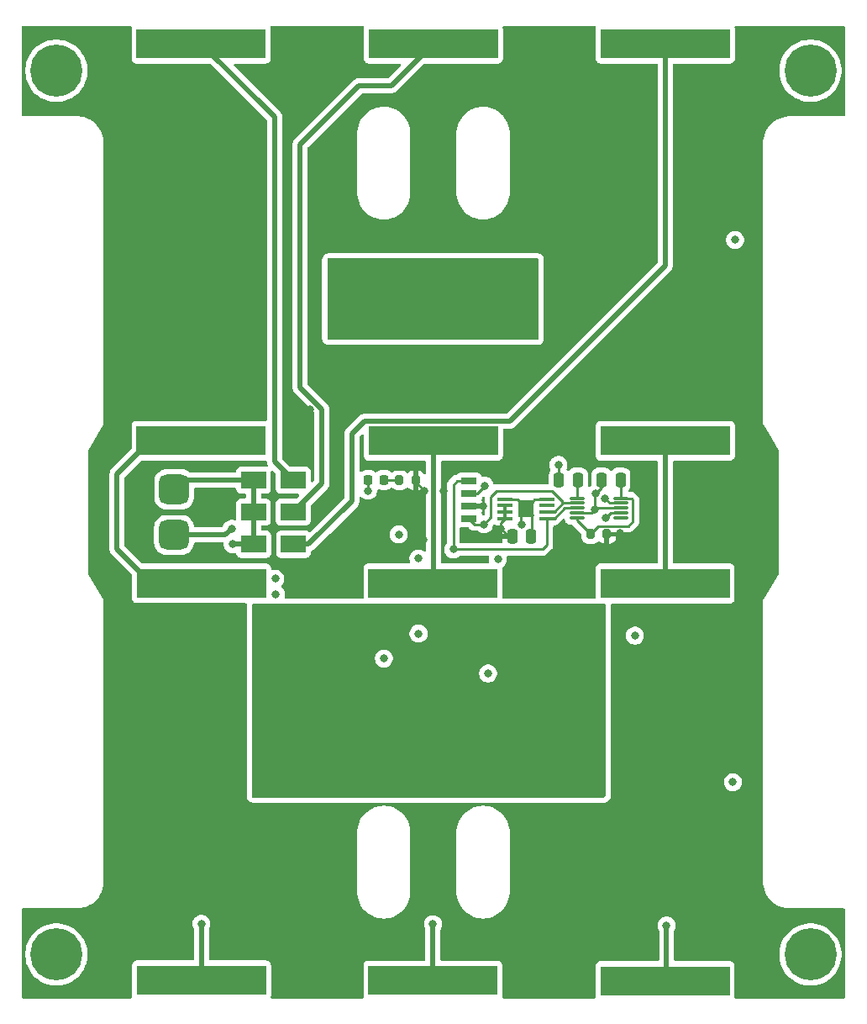
<source format=gbr>
%TF.GenerationSoftware,KiCad,Pcbnew,9.0.0*%
%TF.CreationDate,2025-04-09T20:42:11-07:00*%
%TF.ProjectId,xy_faces_v2,78795f66-6163-4657-935f-76322e6b6963,3.0*%
%TF.SameCoordinates,Original*%
%TF.FileFunction,Copper,L1,Top*%
%TF.FilePolarity,Positive*%
%FSLAX46Y46*%
G04 Gerber Fmt 4.6, Leading zero omitted, Abs format (unit mm)*
G04 Created by KiCad (PCBNEW 9.0.0) date 2025-04-09 20:42:11*
%MOMM*%
%LPD*%
G01*
G04 APERTURE LIST*
G04 Aperture macros list*
%AMRoundRect*
0 Rectangle with rounded corners*
0 $1 Rounding radius*
0 $2 $3 $4 $5 $6 $7 $8 $9 X,Y pos of 4 corners*
0 Add a 4 corners polygon primitive as box body*
4,1,4,$2,$3,$4,$5,$6,$7,$8,$9,$2,$3,0*
0 Add four circle primitives for the rounded corners*
1,1,$1+$1,$2,$3*
1,1,$1+$1,$4,$5*
1,1,$1+$1,$6,$7*
1,1,$1+$1,$8,$9*
0 Add four rect primitives between the rounded corners*
20,1,$1+$1,$2,$3,$4,$5,0*
20,1,$1+$1,$4,$5,$6,$7,0*
20,1,$1+$1,$6,$7,$8,$9,0*
20,1,$1+$1,$8,$9,$2,$3,0*%
G04 Aperture macros list end*
%TA.AperFunction,ComponentPad*%
%ADD10C,5.250000*%
%TD*%
%TA.AperFunction,SMDPad,CuDef*%
%ADD11RoundRect,0.100000X0.687500X0.100000X-0.687500X0.100000X-0.687500X-0.100000X0.687500X-0.100000X0*%
%TD*%
%TA.AperFunction,HeatsinkPad*%
%ADD12C,0.500000*%
%TD*%
%TA.AperFunction,HeatsinkPad*%
%ADD13R,1.500000X1.800000*%
%TD*%
%TA.AperFunction,SMDPad,CuDef*%
%ADD14R,13.000000X3.000000*%
%TD*%
%TA.AperFunction,SMDPad,CuDef*%
%ADD15RoundRect,0.750000X0.750000X-0.750000X0.750000X0.750000X-0.750000X0.750000X-0.750000X-0.750000X0*%
%TD*%
%TA.AperFunction,SMDPad,CuDef*%
%ADD16R,2.500000X1.700000*%
%TD*%
%TA.AperFunction,SMDPad,CuDef*%
%ADD17RoundRect,0.250000X-0.250000X-0.475000X0.250000X-0.475000X0.250000X0.475000X-0.250000X0.475000X0*%
%TD*%
%TA.AperFunction,SMDPad,CuDef*%
%ADD18RoundRect,0.250000X0.250000X0.475000X-0.250000X0.475000X-0.250000X-0.475000X0.250000X-0.475000X0*%
%TD*%
%TA.AperFunction,SMDPad,CuDef*%
%ADD19R,1.600000X0.700000*%
%TD*%
%TA.AperFunction,SMDPad,CuDef*%
%ADD20RoundRect,0.200000X0.200000X0.275000X-0.200000X0.275000X-0.200000X-0.275000X0.200000X-0.275000X0*%
%TD*%
%TA.AperFunction,SMDPad,CuDef*%
%ADD21RoundRect,0.218750X-0.218750X-0.256250X0.218750X-0.256250X0.218750X0.256250X-0.218750X0.256250X0*%
%TD*%
%TA.AperFunction,SMDPad,CuDef*%
%ADD22RoundRect,0.075000X-0.650000X-0.075000X0.650000X-0.075000X0.650000X0.075000X-0.650000X0.075000X0*%
%TD*%
%TA.AperFunction,ViaPad*%
%ADD23C,0.800000*%
%TD*%
%TA.AperFunction,Conductor*%
%ADD24C,0.250000*%
%TD*%
%TA.AperFunction,Conductor*%
%ADD25C,0.500000*%
%TD*%
G04 APERTURE END LIST*
D10*
%TO.P,J2,1,Pin_1*%
%TO.N,unconnected-(J2-Pin_1-Pad1)*%
X106500000Y-70300000D03*
%TD*%
%TO.P,J3,1,Pin_1*%
%TO.N,unconnected-(J3-Pin_1-Pad1)*%
X106500000Y-159300000D03*
%TD*%
%TO.P,J4,1,Pin_1*%
%TO.N,unconnected-(J4-Pin_1-Pad1)*%
X182500000Y-70300000D03*
%TD*%
%TO.P,J5,1,Pin_1*%
%TO.N,unconnected-(J5-Pin_1-Pad1)*%
X182500000Y-159300000D03*
%TD*%
D11*
%TO.P,U2,1,SDA*%
%TO.N,SDA*%
X155937500Y-115395000D03*
%TO.P,U2,2,SCL*%
%TO.N,SCL*%
X155937500Y-114745000D03*
%TO.P,U2,3,Alert*%
%TO.N,unconnected-(U2-Alert-Pad3)*%
X155937500Y-114095000D03*
%TO.P,U2,4,GND*%
%TO.N,GND*%
X155937500Y-113445000D03*
%TO.P,U2,5,A2*%
X151712500Y-113445000D03*
%TO.P,U2,6,A1*%
%TO.N,+3V3*%
X151712500Y-114095000D03*
%TO.P,U2,7,A0*%
X151712500Y-114745000D03*
%TO.P,U2,8,VDD*%
X151712500Y-115395000D03*
D12*
%TO.P,U2,9,EP/GND*%
%TO.N,GND*%
X154375000Y-115070000D03*
X154375000Y-113770000D03*
D13*
X153825000Y-114420000D03*
D12*
X153275000Y-115070000D03*
X153275000Y-113770000D03*
%TD*%
D14*
%TO.P,SC5,1,+*%
%TO.N,Net-(D3-A)*%
X167860000Y-67570000D03*
%TO.P,SC5,2,-*%
%TO.N,Net-(SC5--)*%
X167860000Y-107570000D03*
%TD*%
D15*
%TO.P,TP1,1,1*%
%TO.N,VSOLAR*%
X118370000Y-112450000D03*
%TD*%
D16*
%TO.P,D3,1,K*%
%TO.N,VSOLAR*%
X126400000Y-118000000D03*
%TO.P,D3,2,A*%
%TO.N,Net-(D3-A)*%
X130400000Y-118000000D03*
%TD*%
D15*
%TO.P,TP2,1,1*%
%TO.N,GND*%
X118360000Y-117050000D03*
%TD*%
D16*
%TO.P,D1,1,K*%
%TO.N,VSOLAR*%
X126360000Y-111540000D03*
%TO.P,D1,2,A*%
%TO.N,Net-(D1-A)*%
X130360000Y-111540000D03*
%TD*%
D14*
%TO.P,SC3,1,+*%
%TO.N,Net-(D2-A)*%
X144490000Y-67570000D03*
%TO.P,SC3,2,-*%
%TO.N,Net-(SC3--)*%
X144490000Y-107570000D03*
%TD*%
%TO.P,SC4,1,+*%
%TO.N,Net-(SC3--)*%
X144450000Y-121940000D03*
%TO.P,SC4,2,-*%
%TO.N,GND*%
X144450000Y-161940000D03*
%TD*%
%TO.P,SC2,1,+*%
%TO.N,Net-(SC1--)*%
X121120000Y-121920000D03*
%TO.P,SC2,2,-*%
%TO.N,GND*%
X121120000Y-161920000D03*
%TD*%
D16*
%TO.P,D2,1,K*%
%TO.N,VSOLAR*%
X126360000Y-114750000D03*
%TO.P,D2,2,A*%
%TO.N,Net-(D2-A)*%
X130360000Y-114750000D03*
%TD*%
D14*
%TO.P,SC6,1,+*%
%TO.N,Net-(SC5--)*%
X167850000Y-121950000D03*
%TO.P,SC6,2,-*%
%TO.N,GND*%
X167850000Y-161950000D03*
%TD*%
D17*
%TO.P,C2,1*%
%TO.N,+3V3*%
X152450000Y-117200000D03*
%TO.P,C2,2*%
%TO.N,GND*%
X154350000Y-117200000D03*
%TD*%
D18*
%TO.P,C5,1*%
%TO.N,Net-(U3-REG)*%
X159050000Y-111500000D03*
%TO.P,C5,2*%
%TO.N,GND*%
X157150000Y-111500000D03*
%TD*%
D19*
%TO.P,U1,1,SCL*%
%TO.N,SCL*%
X148075000Y-115430000D03*
%TO.P,U1,2,VDD*%
%TO.N,+3V3*%
X148075000Y-114160000D03*
%TO.P,U1,3,GND*%
%TO.N,GND*%
X148075000Y-112890000D03*
%TO.P,U1,4,SDA*%
%TO.N,SDA*%
X148075000Y-111620000D03*
%TD*%
D20*
%TO.P,R3,1*%
%TO.N,+3V3*%
X161990000Y-116970000D03*
%TO.P,R3,2*%
%TO.N,Net-(U3-EN)*%
X160340000Y-116970000D03*
%TD*%
D18*
%TO.P,C3,1*%
%TO.N,Net-(U3-EN)*%
X163349999Y-111500000D03*
%TO.P,C3,2*%
%TO.N,GND*%
X161450001Y-111500000D03*
%TD*%
D21*
%TO.P,D4,1,K*%
%TO.N,GND*%
X137912500Y-111525000D03*
%TO.P,D4,2,A*%
%TO.N,Net-(D4-A)*%
X139487500Y-111525000D03*
%TD*%
D14*
%TO.P,SC1,1,+*%
%TO.N,Net-(D1-A)*%
X121090000Y-67570000D03*
%TO.P,SC1,2,-*%
%TO.N,Net-(SC1--)*%
X121090000Y-107570000D03*
%TD*%
D20*
%TO.P,R1,1*%
%TO.N,+3V3*%
X142725000Y-111550000D03*
%TO.P,R1,2*%
%TO.N,Net-(D4-A)*%
X141075000Y-111550000D03*
%TD*%
D22*
%TO.P,U3,1,REG*%
%TO.N,Net-(U3-REG)*%
X158980000Y-113350000D03*
%TO.P,U3,2,SCL*%
%TO.N,SCL*%
X158980000Y-113850000D03*
%TO.P,U3,3,SDA*%
%TO.N,SDA*%
X158980000Y-114350000D03*
%TO.P,U3,4,IN/TRIG*%
%TO.N,GND*%
X158980000Y-114850000D03*
%TO.P,U3,5,EN*%
%TO.N,Net-(U3-EN)*%
X158980000Y-115350000D03*
%TO.P,U3,6,VDD/NC*%
%TO.N,unconnected-(U3-VDD{slash}NC-Pad6)*%
X163380000Y-115350000D03*
%TO.P,U3,7,OUT+*%
%TO.N,Net-(U3-OUT+)*%
X163380000Y-114850000D03*
%TO.P,U3,8,GND*%
%TO.N,GND*%
X163380000Y-114350000D03*
%TO.P,U3,9,OUT-*%
%TO.N,Net-(U3-OUT+)*%
X163380000Y-113850000D03*
%TO.P,U3,10,VDD*%
%TO.N,Net-(U3-EN)*%
X163380000Y-113350000D03*
%TD*%
D23*
%TO.N,+3V3*%
X143500000Y-117500000D03*
%TO.N,GND*%
X151000000Y-119500000D03*
X141000000Y-117000000D03*
X143000000Y-119425000D03*
X150000000Y-131000000D03*
X139500000Y-129500000D03*
X143000000Y-127000000D03*
X168000000Y-156390000D03*
X160825000Y-112900000D03*
X157100000Y-110000000D03*
X144450000Y-156250000D03*
X153400000Y-116000000D03*
X149675000Y-112100000D03*
X121120000Y-156220000D03*
X124150000Y-116450000D03*
X137912500Y-112600000D03*
X160750000Y-114500000D03*
%TO.N,+3V3*%
X143600000Y-112600000D03*
X139300000Y-104410000D03*
X149500000Y-114160000D03*
X151300000Y-116400000D03*
X163300000Y-116900000D03*
X126600000Y-104300000D03*
X132050000Y-104410000D03*
X145500000Y-112600000D03*
%TO.N,VSOLAR*%
X124270000Y-118000000D03*
%TO.N,SDA*%
X146500000Y-118500000D03*
X128560000Y-121470000D03*
%TO.N,SCL*%
X128630000Y-123030000D03*
X149600000Y-115990000D03*
%TO.N,Net-(U3-OUT+)*%
X161890000Y-115330000D03*
X174680000Y-141950000D03*
X161820000Y-113350000D03*
X164800000Y-127190000D03*
X174900000Y-87350000D03*
%TD*%
D24*
%TO.N,GND*%
X153275000Y-115875000D02*
X153275000Y-115070000D01*
X148075000Y-112890000D02*
X148885000Y-112890000D01*
X160750000Y-112975000D02*
X160825000Y-112900000D01*
X155937500Y-113445000D02*
X154700000Y-113445000D01*
D25*
X144450000Y-161940000D02*
X144450000Y-156250000D01*
D24*
X151712500Y-113445000D02*
X152950000Y-113445000D01*
X137912500Y-112600000D02*
X137912500Y-111525000D01*
X160900000Y-114350000D02*
X160750000Y-114500000D01*
D25*
X168000000Y-161970000D02*
X168000000Y-156390000D01*
D24*
X153400000Y-116000000D02*
X153275000Y-115875000D01*
X158980000Y-114850000D02*
X160400000Y-114850000D01*
X154375000Y-115070000D02*
X154375000Y-116975000D01*
D25*
X121120000Y-161920000D02*
X121120000Y-156220000D01*
D24*
X160750000Y-114500000D02*
X160750000Y-112975000D01*
X161450001Y-111500000D02*
X161450001Y-112274999D01*
X152950000Y-113445000D02*
X153275000Y-113770000D01*
X157100000Y-110000000D02*
X157150000Y-110050000D01*
X160400000Y-114850000D02*
X160750000Y-114500000D01*
X157150000Y-110050000D02*
X157150000Y-111450000D01*
X148885000Y-112890000D02*
X149675000Y-112100000D01*
X163380000Y-114350000D02*
X160900000Y-114350000D01*
D25*
X118360000Y-117050000D02*
X123550000Y-117050000D01*
D24*
X154700000Y-113445000D02*
X154375000Y-113770000D01*
X161450001Y-112274999D02*
X160825000Y-112900000D01*
D25*
X123550000Y-117050000D02*
X124150000Y-116450000D01*
D24*
%TO.N,+3V3*%
X142725000Y-111725000D02*
X143600000Y-112600000D01*
X151300000Y-116400000D02*
X151300000Y-115807500D01*
X161990000Y-116970000D02*
X163230000Y-116970000D01*
X151712500Y-114745000D02*
X151712500Y-114095000D01*
X163230000Y-116970000D02*
X163300000Y-116900000D01*
X149500000Y-114160000D02*
X148075000Y-114160000D01*
X151300000Y-115807500D02*
X151712500Y-115395000D01*
X152100000Y-117200000D02*
X151300000Y-116400000D01*
X142725000Y-111550000D02*
X142725000Y-111725000D01*
X152450000Y-117200000D02*
X152100000Y-117200000D01*
X151712500Y-115395000D02*
X151712500Y-114745000D01*
D25*
%TO.N,VSOLAR*%
X126360000Y-117960000D02*
X126400000Y-118000000D01*
X126360000Y-111540000D02*
X126360000Y-117960000D01*
X118370000Y-112450000D02*
X119280000Y-111540000D01*
X126400000Y-118000000D02*
X124270000Y-118000000D01*
X119280000Y-111540000D02*
X126360000Y-111540000D01*
D24*
%TO.N,Net-(U3-EN)*%
X161140000Y-116170000D02*
X164130000Y-116170000D01*
X158980000Y-115350000D02*
X158980000Y-115610000D01*
X158980000Y-115610000D02*
X160340000Y-116970000D01*
X164450000Y-113350000D02*
X163380000Y-113350000D01*
X164600000Y-113500000D02*
X164450000Y-113350000D01*
X163380000Y-113350000D02*
X163380000Y-111410000D01*
X163380000Y-111410000D02*
X163410000Y-111380000D01*
X160340000Y-116970000D02*
X161140000Y-116170000D01*
X164130000Y-116170000D02*
X164600000Y-115700000D01*
X164600000Y-115700000D02*
X164600000Y-113500000D01*
%TO.N,Net-(U3-REG)*%
X158980000Y-113350000D02*
X158980000Y-111570000D01*
X158980000Y-111570000D02*
X159050000Y-111500000D01*
D25*
%TO.N,Net-(D1-A)*%
X128500000Y-109680000D02*
X130360000Y-111540000D01*
X121090000Y-67570000D02*
X128500000Y-74980000D01*
X128500000Y-74980000D02*
X128500000Y-109680000D01*
%TO.N,Net-(D2-A)*%
X131060000Y-77740000D02*
X131060000Y-102217918D01*
X144490000Y-67570000D02*
X140260000Y-71800000D01*
X133240000Y-104397918D02*
X133240000Y-111870000D01*
X131060000Y-102217918D02*
X133240000Y-104397918D01*
X140260000Y-71800000D02*
X137000000Y-71800000D01*
X137000000Y-71800000D02*
X131060000Y-77740000D01*
X133240000Y-111870000D02*
X130360000Y-114750000D01*
D24*
%TO.N,SDA*%
X146500000Y-118500000D02*
X146510000Y-118510000D01*
X156678812Y-115395000D02*
X155937500Y-115395000D01*
X155490000Y-118510000D02*
X155937500Y-118062500D01*
X146510000Y-118510000D02*
X155490000Y-118510000D01*
X146500000Y-112000000D02*
X146880000Y-111620000D01*
X155937500Y-118062500D02*
X155937500Y-115395000D01*
X146880000Y-111620000D02*
X148075000Y-111620000D01*
X157723812Y-114350000D02*
X156678812Y-115395000D01*
X146500000Y-118500000D02*
X146500000Y-112000000D01*
X158980000Y-114350000D02*
X157723812Y-114350000D01*
%TO.N,SCL*%
X150300000Y-115290000D02*
X150300000Y-113200000D01*
X157573812Y-113850000D02*
X158980000Y-113850000D01*
X155937500Y-114745000D02*
X156678812Y-114745000D01*
X157573812Y-113690000D02*
X157573812Y-113850000D01*
X149600000Y-115990000D02*
X148635000Y-115990000D01*
X150300000Y-113200000D02*
X150900000Y-112600000D01*
X149600000Y-115990000D02*
X150300000Y-115290000D01*
X148635000Y-115990000D02*
X148075000Y-115430000D01*
X156678812Y-114745000D02*
X157573812Y-113850000D01*
X156483812Y-112600000D02*
X157573812Y-113690000D01*
X150900000Y-112600000D02*
X156483812Y-112600000D01*
D25*
%TO.N,Net-(D3-A)*%
X136280000Y-106880000D02*
X137540000Y-105620000D01*
X137540000Y-105620000D02*
X152180000Y-105620000D01*
X152180000Y-105620000D02*
X167860000Y-89940000D01*
X167860000Y-89940000D02*
X167860000Y-67570000D01*
X136280000Y-113630000D02*
X136280000Y-106880000D01*
X131910000Y-118000000D02*
X136280000Y-113630000D01*
X130400000Y-118000000D02*
X131910000Y-118000000D01*
D24*
%TO.N,Net-(D4-A)*%
X141075000Y-111550000D02*
X139512500Y-111550000D01*
X139512500Y-111550000D02*
X139487500Y-111525000D01*
D25*
%TO.N,Net-(SC1--)*%
X112600000Y-110950000D02*
X115980000Y-107570000D01*
X112600000Y-118490000D02*
X112600000Y-110950000D01*
X116030000Y-121920000D02*
X112600000Y-118490000D01*
X115980000Y-107570000D02*
X121090000Y-107570000D01*
X121120000Y-121920000D02*
X116030000Y-121920000D01*
%TO.N,Net-(SC3--)*%
X144490000Y-121900000D02*
X144450000Y-121940000D01*
X144490000Y-107570000D02*
X144490000Y-121900000D01*
%TO.N,Net-(SC5--)*%
X167860000Y-121830000D02*
X168000000Y-121970000D01*
X167860000Y-107570000D02*
X167860000Y-121830000D01*
D24*
%TO.N,Net-(U3-OUT+)*%
X163380000Y-114850000D02*
X162370000Y-114850000D01*
X162320000Y-113850000D02*
X161820000Y-113350000D01*
X162370000Y-114850000D02*
X161890000Y-115330000D01*
X163380000Y-113850000D02*
X162320000Y-113850000D01*
%TD*%
%TA.AperFunction,Conductor*%
%TO.N,+3V3*%
G36*
X114043771Y-65795502D02*
G01*
X114090264Y-65849158D01*
X114100368Y-65919432D01*
X114093706Y-65945528D01*
X114088011Y-65960799D01*
X114088010Y-65960802D01*
X114088009Y-65960803D01*
X114081500Y-66021350D01*
X114081500Y-69118649D01*
X114088009Y-69179196D01*
X114088011Y-69179204D01*
X114139110Y-69316202D01*
X114139112Y-69316207D01*
X114226738Y-69433261D01*
X114343792Y-69520887D01*
X114343794Y-69520888D01*
X114343796Y-69520889D01*
X114402875Y-69542924D01*
X114480795Y-69571988D01*
X114480803Y-69571990D01*
X114541350Y-69578499D01*
X114541355Y-69578499D01*
X114541362Y-69578500D01*
X121973629Y-69578500D01*
X122041750Y-69598502D01*
X122062724Y-69615405D01*
X127704595Y-75257276D01*
X127738621Y-75319588D01*
X127741500Y-75346371D01*
X127741500Y-105435500D01*
X127721498Y-105503621D01*
X127667842Y-105550114D01*
X127615500Y-105561500D01*
X114541350Y-105561500D01*
X114480803Y-105568009D01*
X114480795Y-105568011D01*
X114343797Y-105619110D01*
X114343792Y-105619112D01*
X114226738Y-105706738D01*
X114139112Y-105823792D01*
X114139110Y-105823797D01*
X114088011Y-105960795D01*
X114088009Y-105960803D01*
X114081500Y-106021350D01*
X114081500Y-108343629D01*
X114061498Y-108411750D01*
X114044595Y-108432724D01*
X112010838Y-110466480D01*
X112010833Y-110466486D01*
X111927826Y-110590716D01*
X111889394Y-110683499D01*
X111870650Y-110728749D01*
X111870649Y-110728754D01*
X111841500Y-110875290D01*
X111841500Y-118564709D01*
X111845616Y-118585399D01*
X111846428Y-118589479D01*
X111870649Y-118711247D01*
X111927826Y-118849284D01*
X112010834Y-118973515D01*
X112010838Y-118973519D01*
X114074595Y-121037276D01*
X114108621Y-121099588D01*
X114111500Y-121126371D01*
X114111500Y-123468649D01*
X114118009Y-123529196D01*
X114118011Y-123529204D01*
X114169110Y-123666202D01*
X114169112Y-123666207D01*
X114256738Y-123783261D01*
X114373792Y-123870887D01*
X114373794Y-123870888D01*
X114373796Y-123870889D01*
X114432875Y-123892924D01*
X114510795Y-123921988D01*
X114510803Y-123921990D01*
X114571350Y-123928499D01*
X114571355Y-123928499D01*
X114571362Y-123928500D01*
X125573130Y-123928500D01*
X125641251Y-123948502D01*
X125687744Y-124002158D01*
X125697847Y-124072428D01*
X125694392Y-124096467D01*
X125686500Y-124151364D01*
X125686500Y-143376007D01*
X125698237Y-143485164D01*
X125709441Y-143536667D01*
X125744109Y-143640825D01*
X125823130Y-143763784D01*
X125823131Y-143763786D01*
X125868880Y-143816582D01*
X125868882Y-143816583D01*
X125868884Y-143816586D01*
X125979339Y-143912297D01*
X126057194Y-143947853D01*
X126112284Y-143973013D01*
X126112286Y-143973013D01*
X126112287Y-143973014D01*
X126179326Y-143992699D01*
X126179330Y-143992700D01*
X126324000Y-144013500D01*
X126324004Y-144013500D01*
X161648650Y-144013500D01*
X161694536Y-144011039D01*
X161703533Y-144010557D01*
X161729891Y-144007723D01*
X161770797Y-144001094D01*
X161784145Y-143998932D01*
X161784146Y-143998931D01*
X161784149Y-143998931D01*
X161921091Y-143947854D01*
X161982414Y-143914369D01*
X162099418Y-143826780D01*
X162226780Y-143699418D01*
X162263517Y-143658520D01*
X162280151Y-143637878D01*
X162312353Y-143593212D01*
X162317091Y-143582831D01*
X162335522Y-143554155D01*
X162359388Y-143490165D01*
X162373043Y-143460251D01*
X162373805Y-143457654D01*
X162373804Y-143457653D01*
X162380982Y-143433192D01*
X162380996Y-143433144D01*
X162382258Y-143428848D01*
X162386598Y-143417213D01*
X162389221Y-143405152D01*
X162392059Y-143395490D01*
X162392568Y-143393863D01*
X162392699Y-143393310D01*
X162392700Y-143393308D01*
X162413500Y-143248638D01*
X162413500Y-141860518D01*
X173771500Y-141860518D01*
X173771500Y-141860521D01*
X173771500Y-142039479D01*
X173806413Y-142215000D01*
X173874898Y-142380336D01*
X173974322Y-142529135D01*
X174100865Y-142655678D01*
X174249664Y-142755102D01*
X174415000Y-142823587D01*
X174590521Y-142858500D01*
X174590522Y-142858500D01*
X174769478Y-142858500D01*
X174769479Y-142858500D01*
X174945000Y-142823587D01*
X175110336Y-142755102D01*
X175259135Y-142655678D01*
X175385678Y-142529135D01*
X175485102Y-142380336D01*
X175553587Y-142215000D01*
X175588500Y-142039479D01*
X175588500Y-141860521D01*
X175553587Y-141685000D01*
X175485102Y-141519664D01*
X175385678Y-141370865D01*
X175259135Y-141244322D01*
X175110336Y-141144898D01*
X174993429Y-141096473D01*
X174945003Y-141076414D01*
X174945001Y-141076413D01*
X174945000Y-141076413D01*
X174856645Y-141058838D01*
X174769481Y-141041500D01*
X174769479Y-141041500D01*
X174590521Y-141041500D01*
X174590518Y-141041500D01*
X174459771Y-141067507D01*
X174415000Y-141076413D01*
X174414999Y-141076413D01*
X174414996Y-141076414D01*
X174249662Y-141144899D01*
X174100869Y-141244319D01*
X174100862Y-141244324D01*
X173974324Y-141370862D01*
X173974319Y-141370869D01*
X173874899Y-141519662D01*
X173806414Y-141684996D01*
X173771500Y-141860518D01*
X162413500Y-141860518D01*
X162413500Y-127100518D01*
X163891500Y-127100518D01*
X163891500Y-127100521D01*
X163891500Y-127279479D01*
X163926413Y-127455000D01*
X163994898Y-127620336D01*
X164094322Y-127769135D01*
X164220865Y-127895678D01*
X164369664Y-127995102D01*
X164535000Y-128063587D01*
X164710521Y-128098500D01*
X164710522Y-128098500D01*
X164889478Y-128098500D01*
X164889479Y-128098500D01*
X165065000Y-128063587D01*
X165230336Y-127995102D01*
X165379135Y-127895678D01*
X165505678Y-127769135D01*
X165605102Y-127620336D01*
X165673587Y-127455000D01*
X165708500Y-127279479D01*
X165708500Y-127100521D01*
X165673587Y-126925000D01*
X165605102Y-126759664D01*
X165505678Y-126610865D01*
X165379135Y-126484322D01*
X165230336Y-126384898D01*
X165113429Y-126336473D01*
X165065003Y-126316414D01*
X165065001Y-126316413D01*
X165065000Y-126316413D01*
X164976645Y-126298838D01*
X164889481Y-126281500D01*
X164889479Y-126281500D01*
X164710521Y-126281500D01*
X164710518Y-126281500D01*
X164579771Y-126307507D01*
X164535000Y-126316413D01*
X164534999Y-126316413D01*
X164534996Y-126316414D01*
X164369662Y-126384899D01*
X164220869Y-126484319D01*
X164220862Y-126484324D01*
X164094324Y-126610862D01*
X164094319Y-126610869D01*
X163994899Y-126759662D01*
X163926414Y-126924996D01*
X163891500Y-127100518D01*
X162413500Y-127100518D01*
X162413500Y-124151362D01*
X162413500Y-124151349D01*
X162410558Y-124096487D01*
X162410557Y-124096467D01*
X162410554Y-124096444D01*
X162410422Y-124094795D01*
X162410467Y-124094791D01*
X162410467Y-124094783D01*
X162410777Y-124094766D01*
X162411358Y-124094719D01*
X162423230Y-124028288D01*
X162471522Y-123976245D01*
X162535996Y-123958500D01*
X174398632Y-123958500D01*
X174398638Y-123958500D01*
X174398645Y-123958499D01*
X174398649Y-123958499D01*
X174459196Y-123951990D01*
X174459199Y-123951989D01*
X174459201Y-123951989D01*
X174596204Y-123900889D01*
X174713261Y-123813261D01*
X174800889Y-123696204D01*
X174851989Y-123559201D01*
X174855215Y-123529201D01*
X174858499Y-123498649D01*
X174858500Y-123498632D01*
X174858500Y-120401367D01*
X174858499Y-120401350D01*
X174851990Y-120340803D01*
X174851988Y-120340795D01*
X174818473Y-120250941D01*
X174800889Y-120203796D01*
X174800888Y-120203794D01*
X174800887Y-120203792D01*
X174713261Y-120086738D01*
X174596207Y-119999112D01*
X174596202Y-119999110D01*
X174459204Y-119948011D01*
X174459196Y-119948009D01*
X174398649Y-119941500D01*
X174398638Y-119941500D01*
X168744500Y-119941500D01*
X168676379Y-119921498D01*
X168629886Y-119867842D01*
X168618500Y-119815500D01*
X168618500Y-109704500D01*
X168638502Y-109636379D01*
X168692158Y-109589886D01*
X168744500Y-109578500D01*
X174408632Y-109578500D01*
X174408638Y-109578500D01*
X174408645Y-109578499D01*
X174408649Y-109578499D01*
X174469196Y-109571990D01*
X174469199Y-109571989D01*
X174469201Y-109571989D01*
X174606204Y-109520889D01*
X174723261Y-109433261D01*
X174810889Y-109316204D01*
X174861989Y-109179201D01*
X174868500Y-109118638D01*
X174868500Y-106021362D01*
X174868499Y-106021350D01*
X174861990Y-105960803D01*
X174861988Y-105960795D01*
X174810889Y-105823797D01*
X174810887Y-105823792D01*
X174723261Y-105706738D01*
X174606207Y-105619112D01*
X174606202Y-105619110D01*
X174469204Y-105568011D01*
X174469196Y-105568009D01*
X174408649Y-105561500D01*
X174408638Y-105561500D01*
X161311362Y-105561500D01*
X161311350Y-105561500D01*
X161250803Y-105568009D01*
X161250795Y-105568011D01*
X161113797Y-105619110D01*
X161113792Y-105619112D01*
X160996738Y-105706738D01*
X160909112Y-105823792D01*
X160909110Y-105823797D01*
X160858011Y-105960795D01*
X160858009Y-105960803D01*
X160851500Y-106021350D01*
X160851500Y-109118649D01*
X160858009Y-109179196D01*
X160858011Y-109179204D01*
X160909110Y-109316202D01*
X160909112Y-109316207D01*
X160996738Y-109433261D01*
X161113792Y-109520887D01*
X161113794Y-109520888D01*
X161113796Y-109520889D01*
X161172875Y-109542924D01*
X161250795Y-109571988D01*
X161250803Y-109571990D01*
X161311350Y-109578499D01*
X161311355Y-109578499D01*
X161311362Y-109578500D01*
X166975500Y-109578500D01*
X167043621Y-109598502D01*
X167090114Y-109652158D01*
X167101500Y-109704500D01*
X167101500Y-119815500D01*
X167081498Y-119883621D01*
X167027842Y-119930114D01*
X166975500Y-119941500D01*
X161301350Y-119941500D01*
X161240803Y-119948009D01*
X161240795Y-119948011D01*
X161103797Y-119999110D01*
X161103792Y-119999112D01*
X160986738Y-120086738D01*
X160899112Y-120203792D01*
X160899110Y-120203797D01*
X160848011Y-120340795D01*
X160848009Y-120340803D01*
X160841500Y-120401350D01*
X160841500Y-123360500D01*
X160821498Y-123428621D01*
X160767842Y-123475114D01*
X160715500Y-123486500D01*
X151584500Y-123486500D01*
X151516379Y-123466498D01*
X151469886Y-123412842D01*
X151458500Y-123360500D01*
X151458500Y-120391367D01*
X151458499Y-120391352D01*
X151456115Y-120369176D01*
X151468721Y-120299307D01*
X151511393Y-120250941D01*
X151518109Y-120246453D01*
X151579135Y-120205678D01*
X151705678Y-120079135D01*
X151805102Y-119930336D01*
X151873587Y-119765000D01*
X151908500Y-119589479D01*
X151908500Y-119410521D01*
X151901153Y-119373587D01*
X151885339Y-119294081D01*
X151891667Y-119223367D01*
X151935221Y-119167300D01*
X152002174Y-119143681D01*
X152008918Y-119143500D01*
X155552393Y-119143500D01*
X155552394Y-119143500D01*
X155674785Y-119119155D01*
X155790075Y-119071400D01*
X155893833Y-119002071D01*
X156429572Y-118466333D01*
X156498901Y-118362575D01*
X156535577Y-118274030D01*
X156546655Y-118247285D01*
X156571000Y-118124894D01*
X156571000Y-116226358D01*
X156591002Y-116158237D01*
X156644658Y-116111744D01*
X156680555Y-116101436D01*
X156783850Y-116087838D01*
X156931876Y-116026524D01*
X157058987Y-115928987D01*
X157114186Y-115857049D01*
X157125040Y-115844674D01*
X157537910Y-115431804D01*
X157600220Y-115397780D01*
X157671035Y-115402845D01*
X157727871Y-115445392D01*
X157751925Y-115504454D01*
X157761518Y-115577322D01*
X157820313Y-115719266D01*
X157820318Y-115719274D01*
X157913842Y-115841157D01*
X158035725Y-115934681D01*
X158035732Y-115934686D01*
X158177676Y-115993481D01*
X158291756Y-116008500D01*
X158430405Y-116008500D01*
X158498526Y-116028502D01*
X158519500Y-116045404D01*
X159394596Y-116920500D01*
X159428620Y-116982811D01*
X159431500Y-117009594D01*
X159431500Y-117302261D01*
X159437986Y-117373646D01*
X159437986Y-117373647D01*
X159489170Y-117537906D01*
X159489172Y-117537911D01*
X159578184Y-117685155D01*
X159578188Y-117685160D01*
X159699839Y-117806811D01*
X159699844Y-117806815D01*
X159699845Y-117806816D01*
X159847087Y-117895827D01*
X160011351Y-117947013D01*
X160082735Y-117953500D01*
X160597264Y-117953499D01*
X160668649Y-117947013D01*
X160832913Y-117895827D01*
X160980155Y-117806816D01*
X160990474Y-117796497D01*
X161076259Y-117710713D01*
X161138571Y-117676687D01*
X161209386Y-117681752D01*
X161254449Y-117710713D01*
X161350149Y-117806413D01*
X161350159Y-117806421D01*
X161497293Y-117895366D01*
X161661446Y-117946518D01*
X161732781Y-117952999D01*
X161735999Y-117952999D01*
X162244000Y-117952999D01*
X162247222Y-117952999D01*
X162318553Y-117946518D01*
X162482706Y-117895366D01*
X162629840Y-117806421D01*
X162629850Y-117806413D01*
X162751413Y-117684850D01*
X162751421Y-117684840D01*
X162840366Y-117537706D01*
X162891518Y-117373553D01*
X162891518Y-117373552D01*
X162898000Y-117302222D01*
X162898000Y-117224000D01*
X162244000Y-117224000D01*
X162244000Y-117952999D01*
X161735999Y-117952999D01*
X161736000Y-117952998D01*
X161736000Y-117096000D01*
X161756002Y-117027879D01*
X161809658Y-116981386D01*
X161862000Y-116970000D01*
X161990000Y-116970000D01*
X161990000Y-116929500D01*
X162010002Y-116861379D01*
X162063658Y-116814886D01*
X162116000Y-116803500D01*
X164192393Y-116803500D01*
X164192394Y-116803500D01*
X164314785Y-116779155D01*
X164430075Y-116731400D01*
X164533833Y-116662071D01*
X165092071Y-116103833D01*
X165161400Y-116000075D01*
X165209155Y-115884785D01*
X165233500Y-115762394D01*
X165233500Y-115637607D01*
X165233500Y-113437606D01*
X165209155Y-113315215D01*
X165161400Y-113199925D01*
X165092071Y-113096167D01*
X165003833Y-113007929D01*
X164853833Y-112857929D01*
X164750075Y-112788600D01*
X164634785Y-112740845D01*
X164544504Y-112722887D01*
X164512396Y-112716500D01*
X164512394Y-112716500D01*
X164235372Y-112716500D01*
X164167251Y-112696498D01*
X164120758Y-112642842D01*
X164110654Y-112572568D01*
X164140148Y-112507988D01*
X164146277Y-112501405D01*
X164199023Y-112448658D01*
X164199029Y-112448652D01*
X164292114Y-112297738D01*
X164347886Y-112129426D01*
X164358499Y-112025545D01*
X164358498Y-110974456D01*
X164347886Y-110870574D01*
X164292114Y-110702262D01*
X164199029Y-110551348D01*
X164199027Y-110551346D01*
X164199023Y-110551341D01*
X164073657Y-110425975D01*
X164073651Y-110425970D01*
X163989302Y-110373943D01*
X163922737Y-110332885D01*
X163838581Y-110304999D01*
X163754426Y-110277113D01*
X163754419Y-110277112D01*
X163650552Y-110266500D01*
X163049454Y-110266500D01*
X162945573Y-110277112D01*
X162777260Y-110332885D01*
X162626346Y-110425970D01*
X162626340Y-110425975D01*
X162500969Y-110551346D01*
X162498835Y-110554046D01*
X162496899Y-110555416D01*
X162495779Y-110556537D01*
X162495587Y-110556345D01*
X162440894Y-110595074D01*
X162369969Y-110598264D01*
X162308578Y-110562602D01*
X162301165Y-110554046D01*
X162299030Y-110551346D01*
X162173659Y-110425975D01*
X162173653Y-110425970D01*
X162089304Y-110373943D01*
X162022739Y-110332885D01*
X161938583Y-110304999D01*
X161854428Y-110277113D01*
X161854421Y-110277112D01*
X161750554Y-110266500D01*
X161149456Y-110266500D01*
X161045575Y-110277112D01*
X160877262Y-110332885D01*
X160726348Y-110425970D01*
X160726342Y-110425975D01*
X160600976Y-110551341D01*
X160600971Y-110551347D01*
X160507886Y-110702262D01*
X160452114Y-110870572D01*
X160452113Y-110870579D01*
X160441501Y-110974446D01*
X160441501Y-111996252D01*
X160439228Y-112003991D01*
X160440519Y-112011954D01*
X160429369Y-112037567D01*
X160421499Y-112064373D01*
X160414679Y-112071314D01*
X160412183Y-112077051D01*
X160385503Y-112101017D01*
X160248819Y-112192347D01*
X160181066Y-112213562D01*
X160112599Y-112194779D01*
X160065156Y-112141962D01*
X160053470Y-112074775D01*
X160058500Y-112025545D01*
X160058499Y-110974456D01*
X160047887Y-110870574D01*
X159992115Y-110702262D01*
X159899030Y-110551348D01*
X159899028Y-110551346D01*
X159899024Y-110551341D01*
X159773658Y-110425975D01*
X159773652Y-110425970D01*
X159689303Y-110373943D01*
X159622738Y-110332885D01*
X159538582Y-110304999D01*
X159454427Y-110277113D01*
X159454420Y-110277112D01*
X159350553Y-110266500D01*
X158749455Y-110266500D01*
X158645574Y-110277112D01*
X158477261Y-110332885D01*
X158326347Y-110425970D01*
X158326341Y-110425975D01*
X158200972Y-110551344D01*
X158198834Y-110554049D01*
X158196895Y-110555421D01*
X158195780Y-110556537D01*
X158195589Y-110556346D01*
X158184573Y-110564146D01*
X158173880Y-110577963D01*
X158156202Y-110584235D01*
X158140892Y-110595076D01*
X158123436Y-110595860D01*
X158106970Y-110601703D01*
X158088705Y-110597421D01*
X158069967Y-110598264D01*
X158054550Y-110589415D01*
X158037847Y-110585500D01*
X158017837Y-110568343D01*
X158009486Y-110563550D01*
X158001416Y-110555217D01*
X157999030Y-110551348D01*
X157955986Y-110508304D01*
X157955282Y-110507577D01*
X157939217Y-110476999D01*
X157922675Y-110446706D01*
X157922750Y-110445656D01*
X157922261Y-110444726D01*
X157925276Y-110410329D01*
X157927740Y-110375891D01*
X157928455Y-110374072D01*
X157928462Y-110374001D01*
X157928506Y-110373943D01*
X157929372Y-110371741D01*
X157973587Y-110265000D01*
X158008500Y-110089479D01*
X158008500Y-109910521D01*
X157973587Y-109735000D01*
X157905102Y-109569664D01*
X157805678Y-109420865D01*
X157679135Y-109294322D01*
X157530336Y-109194898D01*
X157413429Y-109146473D01*
X157365003Y-109126414D01*
X157365001Y-109126413D01*
X157365000Y-109126413D01*
X157276645Y-109108838D01*
X157189481Y-109091500D01*
X157189479Y-109091500D01*
X157010521Y-109091500D01*
X157010518Y-109091500D01*
X156879771Y-109117507D01*
X156835000Y-109126413D01*
X156834999Y-109126413D01*
X156834996Y-109126414D01*
X156669662Y-109194899D01*
X156520869Y-109294319D01*
X156520862Y-109294324D01*
X156394324Y-109420862D01*
X156394319Y-109420869D01*
X156327490Y-109520887D01*
X156294898Y-109569664D01*
X156286522Y-109589886D01*
X156226414Y-109734996D01*
X156191500Y-109910518D01*
X156191500Y-110089481D01*
X156208838Y-110176645D01*
X156221263Y-110239111D01*
X156226414Y-110265003D01*
X156294899Y-110430339D01*
X156297815Y-110435793D01*
X156295414Y-110437076D01*
X156313127Y-110493582D01*
X156294389Y-110562017D01*
X156207885Y-110702262D01*
X156152113Y-110870572D01*
X156152112Y-110870579D01*
X156141500Y-110974446D01*
X156141501Y-111840500D01*
X156121499Y-111908621D01*
X156067843Y-111955114D01*
X156015501Y-111966500D01*
X150837603Y-111966500D01*
X150773872Y-111979177D01*
X150715215Y-111990845D01*
X150715212Y-111990846D01*
X150709145Y-111992053D01*
X150708623Y-111989430D01*
X150649165Y-111989874D01*
X150589155Y-111951936D01*
X150560183Y-111893298D01*
X150548587Y-111835000D01*
X150480102Y-111669664D01*
X150380678Y-111520865D01*
X150254135Y-111394322D01*
X150105336Y-111294898D01*
X149966498Y-111237389D01*
X149940003Y-111226414D01*
X149940001Y-111226413D01*
X149940000Y-111226413D01*
X149851645Y-111208838D01*
X149764481Y-111191500D01*
X149764479Y-111191500D01*
X149585521Y-111191500D01*
X149585515Y-111191500D01*
X149507216Y-111207075D01*
X149436502Y-111200747D01*
X149380435Y-111157192D01*
X149364580Y-111127529D01*
X149325889Y-111023796D01*
X149325887Y-111023792D01*
X149238261Y-110906738D01*
X149121207Y-110819112D01*
X149121202Y-110819110D01*
X148984204Y-110768011D01*
X148984196Y-110768009D01*
X148923649Y-110761500D01*
X148923638Y-110761500D01*
X147226362Y-110761500D01*
X147226350Y-110761500D01*
X147165803Y-110768009D01*
X147165795Y-110768011D01*
X147028797Y-110819110D01*
X147028792Y-110819112D01*
X146911738Y-110906738D01*
X146886987Y-110939803D01*
X146830151Y-110982350D01*
X146810701Y-110987873D01*
X146747632Y-111000418D01*
X146695215Y-111010845D01*
X146695213Y-111010845D01*
X146695212Y-111010846D01*
X146579923Y-111058601D01*
X146476171Y-111127926D01*
X146476164Y-111127931D01*
X146007931Y-111596164D01*
X146007926Y-111596171D01*
X145958820Y-111669664D01*
X145938600Y-111699925D01*
X145925030Y-111732685D01*
X145890846Y-111815212D01*
X145866500Y-111937603D01*
X145866500Y-117796497D01*
X145846498Y-117864618D01*
X145829595Y-117885592D01*
X145794324Y-117920862D01*
X145794319Y-117920869D01*
X145743001Y-117997673D01*
X145694898Y-118069664D01*
X145680716Y-118103902D01*
X145626414Y-118234996D01*
X145626413Y-118234999D01*
X145626413Y-118235000D01*
X145620446Y-118265000D01*
X145591500Y-118410518D01*
X145591500Y-118410521D01*
X145591500Y-118589479D01*
X145626413Y-118765000D01*
X145694898Y-118930336D01*
X145794322Y-119079135D01*
X145920865Y-119205678D01*
X146069664Y-119305102D01*
X146235000Y-119373587D01*
X146410521Y-119408500D01*
X146410522Y-119408500D01*
X146589478Y-119408500D01*
X146589479Y-119408500D01*
X146765000Y-119373587D01*
X146930336Y-119305102D01*
X147079135Y-119205678D01*
X147104408Y-119180405D01*
X147166720Y-119146379D01*
X147193503Y-119143500D01*
X149991082Y-119143500D01*
X150059203Y-119163502D01*
X150105696Y-119217158D01*
X150115800Y-119287432D01*
X150114661Y-119294081D01*
X150091500Y-119410515D01*
X150091500Y-119589481D01*
X150126415Y-119765008D01*
X150127607Y-119768939D01*
X150128232Y-119839933D01*
X150090375Y-119899995D01*
X150026056Y-119930055D01*
X150007028Y-119931500D01*
X145374500Y-119931500D01*
X145306379Y-119911498D01*
X145259886Y-119857842D01*
X145248500Y-119805500D01*
X145248500Y-109704500D01*
X145268502Y-109636379D01*
X145322158Y-109589886D01*
X145374500Y-109578500D01*
X151038632Y-109578500D01*
X151038638Y-109578500D01*
X151038645Y-109578499D01*
X151038649Y-109578499D01*
X151099196Y-109571990D01*
X151099199Y-109571989D01*
X151099201Y-109571989D01*
X151236204Y-109520889D01*
X151353261Y-109433261D01*
X151440889Y-109316204D01*
X151491989Y-109179201D01*
X151498500Y-109118638D01*
X151498500Y-106504500D01*
X151518502Y-106436379D01*
X151572158Y-106389886D01*
X151624500Y-106378500D01*
X152254701Y-106378500D01*
X152254705Y-106378500D01*
X152254706Y-106378500D01*
X152327976Y-106363925D01*
X152401247Y-106349351D01*
X152539284Y-106292174D01*
X152663515Y-106209166D01*
X168449166Y-90423515D01*
X168532174Y-90299284D01*
X168589351Y-90161246D01*
X168618500Y-90014705D01*
X168618500Y-89865295D01*
X168618500Y-87260518D01*
X173991500Y-87260518D01*
X173991500Y-87260521D01*
X173991500Y-87439479D01*
X174026413Y-87615000D01*
X174094898Y-87780336D01*
X174194322Y-87929135D01*
X174320865Y-88055678D01*
X174469664Y-88155102D01*
X174635000Y-88223587D01*
X174810521Y-88258500D01*
X174810522Y-88258500D01*
X174989478Y-88258500D01*
X174989479Y-88258500D01*
X175165000Y-88223587D01*
X175330336Y-88155102D01*
X175479135Y-88055678D01*
X175605678Y-87929135D01*
X175705102Y-87780336D01*
X175773587Y-87615000D01*
X175808500Y-87439479D01*
X175808500Y-87260521D01*
X175773587Y-87085000D01*
X175705102Y-86919664D01*
X175605678Y-86770865D01*
X175479135Y-86644322D01*
X175330336Y-86544898D01*
X175213429Y-86496473D01*
X175165003Y-86476414D01*
X175165001Y-86476413D01*
X175165000Y-86476413D01*
X175076645Y-86458838D01*
X174989481Y-86441500D01*
X174989479Y-86441500D01*
X174810521Y-86441500D01*
X174810518Y-86441500D01*
X174679771Y-86467507D01*
X174635000Y-86476413D01*
X174634999Y-86476413D01*
X174634996Y-86476414D01*
X174469662Y-86544899D01*
X174320869Y-86644319D01*
X174320862Y-86644324D01*
X174194324Y-86770862D01*
X174194319Y-86770869D01*
X174094899Y-86919662D01*
X174026414Y-87084996D01*
X173991500Y-87260518D01*
X168618500Y-87260518D01*
X168618500Y-70124024D01*
X179366500Y-70124024D01*
X179366500Y-70475975D01*
X179405906Y-70825711D01*
X179484223Y-71168837D01*
X179600455Y-71501010D01*
X179600466Y-71501037D01*
X179753163Y-71818116D01*
X179753168Y-71818125D01*
X179940414Y-72116124D01*
X180159844Y-72391283D01*
X180408716Y-72640155D01*
X180683875Y-72859585D01*
X180683877Y-72859586D01*
X180981879Y-73046834D01*
X181298972Y-73199538D01*
X181298988Y-73199543D01*
X181298989Y-73199544D01*
X181631162Y-73315776D01*
X181631165Y-73315776D01*
X181631169Y-73315778D01*
X181974292Y-73394094D01*
X182222284Y-73422036D01*
X182324024Y-73433500D01*
X182324026Y-73433500D01*
X182675976Y-73433500D01*
X182764795Y-73423492D01*
X183025708Y-73394094D01*
X183368831Y-73315778D01*
X183701028Y-73199538D01*
X184018121Y-73046834D01*
X184316123Y-72859586D01*
X184371155Y-72815699D01*
X184591283Y-72640155D01*
X184840155Y-72391283D01*
X185059585Y-72116124D01*
X185246831Y-71818125D01*
X185246834Y-71818121D01*
X185399538Y-71501028D01*
X185515778Y-71168831D01*
X185594094Y-70825708D01*
X185633500Y-70475974D01*
X185633500Y-70124026D01*
X185594094Y-69774292D01*
X185515778Y-69431169D01*
X185475551Y-69316207D01*
X185399544Y-69098989D01*
X185399543Y-69098988D01*
X185399538Y-69098972D01*
X185246834Y-68781879D01*
X185059586Y-68483877D01*
X185059585Y-68483875D01*
X184840155Y-68208716D01*
X184591283Y-67959844D01*
X184316124Y-67740414D01*
X184018125Y-67553168D01*
X184018116Y-67553163D01*
X183701037Y-67400466D01*
X183701032Y-67400464D01*
X183701028Y-67400462D01*
X183701022Y-67400459D01*
X183701010Y-67400455D01*
X183368837Y-67284223D01*
X183025711Y-67205906D01*
X182675976Y-67166500D01*
X182675974Y-67166500D01*
X182324026Y-67166500D01*
X182324024Y-67166500D01*
X181974288Y-67205906D01*
X181631162Y-67284223D01*
X181298989Y-67400455D01*
X181298962Y-67400466D01*
X180981883Y-67553163D01*
X180981874Y-67553168D01*
X180683875Y-67740414D01*
X180408716Y-67959844D01*
X180159844Y-68208716D01*
X179940414Y-68483875D01*
X179753168Y-68781874D01*
X179753163Y-68781883D01*
X179600466Y-69098962D01*
X179600455Y-69098989D01*
X179484223Y-69431162D01*
X179405906Y-69774288D01*
X179366500Y-70124024D01*
X168618500Y-70124024D01*
X168618500Y-69704500D01*
X168638502Y-69636379D01*
X168692158Y-69589886D01*
X168744500Y-69578500D01*
X174408632Y-69578500D01*
X174408638Y-69578500D01*
X174408645Y-69578499D01*
X174408649Y-69578499D01*
X174469196Y-69571990D01*
X174469199Y-69571989D01*
X174469201Y-69571989D01*
X174606204Y-69520889D01*
X174723261Y-69433261D01*
X174810889Y-69316204D01*
X174861989Y-69179201D01*
X174868500Y-69118638D01*
X174868500Y-66021362D01*
X174868499Y-66021350D01*
X174861990Y-65960803D01*
X174861989Y-65960802D01*
X174861989Y-65960799D01*
X174856294Y-65945532D01*
X174851229Y-65874720D01*
X174885252Y-65812407D01*
X174947564Y-65778380D01*
X174974350Y-65775500D01*
X185848500Y-65775500D01*
X185916621Y-65795502D01*
X185963114Y-65849158D01*
X185974500Y-65901500D01*
X185974500Y-74773500D01*
X185954498Y-74841621D01*
X185900842Y-74888114D01*
X185848500Y-74899500D01*
X180413112Y-74899500D01*
X180412427Y-74899498D01*
X180400600Y-74899433D01*
X180269453Y-74898720D01*
X180269452Y-74898720D01*
X180269447Y-74898720D01*
X180076259Y-74919477D01*
X179969787Y-74930918D01*
X179969783Y-74930918D01*
X179969781Y-74930919D01*
X179969775Y-74930920D01*
X179675661Y-74996622D01*
X179675645Y-74996626D01*
X179390770Y-75095007D01*
X179390758Y-75095012D01*
X179118766Y-75224817D01*
X178863092Y-75384407D01*
X178626999Y-75571746D01*
X178413483Y-75784456D01*
X178225255Y-76019835D01*
X178064696Y-76274911D01*
X177933861Y-76546415D01*
X177933859Y-76546422D01*
X177834402Y-76830918D01*
X177834397Y-76830932D01*
X177767583Y-77124802D01*
X177767582Y-77124809D01*
X177767582Y-77124813D01*
X177734251Y-77424354D01*
X177734500Y-77574446D01*
X177734500Y-105946971D01*
X177732735Y-105954293D01*
X177734500Y-105957179D01*
X177734500Y-105960564D01*
X177735738Y-105963554D01*
X177747635Y-105978659D01*
X178253155Y-106805294D01*
X179305993Y-108526915D01*
X179324500Y-108592650D01*
X179324500Y-120957348D01*
X179305993Y-121023084D01*
X177747632Y-123571344D01*
X177739823Y-123584113D01*
X177734500Y-123589438D01*
X177734500Y-123592819D01*
X177732734Y-123595707D01*
X177732230Y-123598906D01*
X177734500Y-123618003D01*
X177734500Y-151952482D01*
X177734225Y-152125650D01*
X177734225Y-152125652D01*
X177767574Y-152425179D01*
X177767575Y-152425187D01*
X177833273Y-152714067D01*
X177834410Y-152719067D01*
X177932134Y-152998571D01*
X177933886Y-153003580D01*
X178064724Y-153275068D01*
X178225285Y-153530133D01*
X178413508Y-153765503D01*
X178413514Y-153765510D01*
X178413515Y-153765511D01*
X178627031Y-153978221D01*
X178863120Y-154165562D01*
X179118786Y-154325154D01*
X179390783Y-154454971D01*
X179675656Y-154553366D01*
X179969791Y-154619090D01*
X180269452Y-154651307D01*
X180419585Y-154650502D01*
X180420261Y-154650500D01*
X185848500Y-154650500D01*
X185916621Y-154670502D01*
X185963114Y-154724158D01*
X185974500Y-154776500D01*
X185974500Y-163598500D01*
X185954498Y-163666621D01*
X185900842Y-163713114D01*
X185848500Y-163724500D01*
X174971810Y-163724500D01*
X174903689Y-163704498D01*
X174857196Y-163650842D01*
X174847092Y-163580568D01*
X174850566Y-163566960D01*
X174850177Y-163566868D01*
X174851990Y-163559196D01*
X174858499Y-163498649D01*
X174858500Y-163498632D01*
X174858500Y-160401367D01*
X174858499Y-160401350D01*
X174851990Y-160340803D01*
X174851988Y-160340795D01*
X174800889Y-160203797D01*
X174800887Y-160203792D01*
X174713261Y-160086738D01*
X174596207Y-159999112D01*
X174596202Y-159999110D01*
X174459204Y-159948011D01*
X174459196Y-159948009D01*
X174398649Y-159941500D01*
X174398638Y-159941500D01*
X168884500Y-159941500D01*
X168816379Y-159921498D01*
X168769886Y-159867842D01*
X168758500Y-159815500D01*
X168758500Y-159124024D01*
X179366500Y-159124024D01*
X179366500Y-159475975D01*
X179405906Y-159825711D01*
X179484223Y-160168837D01*
X179600455Y-160501010D01*
X179600466Y-160501037D01*
X179753163Y-160818116D01*
X179753168Y-160818125D01*
X179940414Y-161116124D01*
X180159844Y-161391283D01*
X180408716Y-161640155D01*
X180683875Y-161859585D01*
X180683877Y-161859586D01*
X180981879Y-162046834D01*
X181298972Y-162199538D01*
X181298988Y-162199543D01*
X181298989Y-162199544D01*
X181631162Y-162315776D01*
X181631165Y-162315776D01*
X181631169Y-162315778D01*
X181974292Y-162394094D01*
X182222284Y-162422036D01*
X182324024Y-162433500D01*
X182324026Y-162433500D01*
X182675976Y-162433500D01*
X182764795Y-162423492D01*
X183025708Y-162394094D01*
X183368831Y-162315778D01*
X183701028Y-162199538D01*
X184018121Y-162046834D01*
X184316123Y-161859586D01*
X184371155Y-161815699D01*
X184591283Y-161640155D01*
X184840155Y-161391283D01*
X185059585Y-161116124D01*
X185246831Y-160818125D01*
X185246834Y-160818121D01*
X185399538Y-160501028D01*
X185515778Y-160168831D01*
X185594094Y-159825708D01*
X185633500Y-159475974D01*
X185633500Y-159124026D01*
X185594094Y-158774292D01*
X185515778Y-158431169D01*
X185399538Y-158098972D01*
X185246834Y-157781879D01*
X185059586Y-157483877D01*
X185059585Y-157483875D01*
X184840155Y-157208716D01*
X184591283Y-156959844D01*
X184316124Y-156740414D01*
X184018125Y-156553168D01*
X184018116Y-156553163D01*
X183701037Y-156400466D01*
X183701032Y-156400464D01*
X183701028Y-156400462D01*
X183701022Y-156400459D01*
X183701010Y-156400455D01*
X183368837Y-156284223D01*
X183025711Y-156205906D01*
X182675976Y-156166500D01*
X182675974Y-156166500D01*
X182324026Y-156166500D01*
X182324024Y-156166500D01*
X181974288Y-156205906D01*
X181631162Y-156284223D01*
X181298989Y-156400455D01*
X181298962Y-156400466D01*
X180981883Y-156553163D01*
X180981874Y-156553168D01*
X180683875Y-156740414D01*
X180408716Y-156959844D01*
X180159844Y-157208716D01*
X179940414Y-157483875D01*
X179753168Y-157781874D01*
X179753163Y-157781883D01*
X179600466Y-158098962D01*
X179600455Y-158098989D01*
X179484223Y-158431162D01*
X179405906Y-158774288D01*
X179366500Y-159124024D01*
X168758500Y-159124024D01*
X168758500Y-156928302D01*
X168778502Y-156860181D01*
X168779735Y-156858300D01*
X168805102Y-156820336D01*
X168873587Y-156655000D01*
X168908500Y-156479479D01*
X168908500Y-156300521D01*
X168873587Y-156125000D01*
X168805102Y-155959664D01*
X168705678Y-155810865D01*
X168579135Y-155684322D01*
X168430336Y-155584898D01*
X168313429Y-155536473D01*
X168265003Y-155516414D01*
X168265001Y-155516413D01*
X168265000Y-155516413D01*
X168176645Y-155498838D01*
X168089481Y-155481500D01*
X168089479Y-155481500D01*
X167910521Y-155481500D01*
X167910518Y-155481500D01*
X167779771Y-155507507D01*
X167735000Y-155516413D01*
X167734999Y-155516413D01*
X167734996Y-155516414D01*
X167569662Y-155584899D01*
X167420869Y-155684319D01*
X167420862Y-155684324D01*
X167294324Y-155810862D01*
X167294319Y-155810869D01*
X167194899Y-155959662D01*
X167126414Y-156124996D01*
X167126413Y-156124999D01*
X167126413Y-156125000D01*
X167119347Y-156160522D01*
X167091500Y-156300518D01*
X167091500Y-156479481D01*
X167108838Y-156566645D01*
X167125485Y-156650337D01*
X167126414Y-156655003D01*
X167136908Y-156680337D01*
X167194898Y-156820336D01*
X167194899Y-156820337D01*
X167220265Y-156858300D01*
X167241480Y-156926053D01*
X167241500Y-156928302D01*
X167241500Y-159815500D01*
X167221498Y-159883621D01*
X167167842Y-159930114D01*
X167115500Y-159941500D01*
X161301350Y-159941500D01*
X161240803Y-159948009D01*
X161240795Y-159948011D01*
X161103797Y-159999110D01*
X161103792Y-159999112D01*
X160986738Y-160086738D01*
X160899112Y-160203792D01*
X160899110Y-160203797D01*
X160848011Y-160340795D01*
X160848009Y-160340803D01*
X160841500Y-160401350D01*
X160841500Y-163498649D01*
X160848009Y-163559196D01*
X160849823Y-163566868D01*
X160847175Y-163567493D01*
X160851313Y-163625274D01*
X160817292Y-163687589D01*
X160754983Y-163721618D01*
X160728190Y-163724500D01*
X151568080Y-163724500D01*
X151499959Y-163704498D01*
X151453466Y-163650842D01*
X151443362Y-163580568D01*
X151450026Y-163554464D01*
X151450059Y-163554372D01*
X151451989Y-163549201D01*
X151454140Y-163529201D01*
X151458499Y-163488649D01*
X151458500Y-163488632D01*
X151458500Y-160391367D01*
X151458499Y-160391350D01*
X151451990Y-160330803D01*
X151451988Y-160330795D01*
X151400889Y-160193797D01*
X151400887Y-160193792D01*
X151313261Y-160076738D01*
X151196207Y-159989112D01*
X151196202Y-159989110D01*
X151059204Y-159938011D01*
X151059196Y-159938009D01*
X150998649Y-159931500D01*
X150998638Y-159931500D01*
X145334500Y-159931500D01*
X145266379Y-159911498D01*
X145219886Y-159857842D01*
X145208500Y-159805500D01*
X145208500Y-156788302D01*
X145228502Y-156720181D01*
X145229735Y-156718300D01*
X145255102Y-156680336D01*
X145323587Y-156515000D01*
X145358500Y-156339479D01*
X145358500Y-156160521D01*
X145323587Y-155985000D01*
X145255102Y-155819664D01*
X145155678Y-155670865D01*
X145029135Y-155544322D01*
X144880336Y-155444898D01*
X144759786Y-155394964D01*
X144715003Y-155376414D01*
X144715001Y-155376413D01*
X144715000Y-155376413D01*
X144626645Y-155358838D01*
X144539481Y-155341500D01*
X144539479Y-155341500D01*
X144360521Y-155341500D01*
X144360518Y-155341500D01*
X144229771Y-155367507D01*
X144185000Y-155376413D01*
X144184999Y-155376413D01*
X144184996Y-155376414D01*
X144019662Y-155444899D01*
X143870869Y-155544319D01*
X143870862Y-155544324D01*
X143744324Y-155670862D01*
X143744319Y-155670869D01*
X143644899Y-155819662D01*
X143576414Y-155984996D01*
X143541500Y-156160518D01*
X143541500Y-156160521D01*
X143541500Y-156339479D01*
X143576413Y-156515000D01*
X143644898Y-156680336D01*
X143670265Y-156718300D01*
X143691480Y-156786053D01*
X143691500Y-156788302D01*
X143691500Y-159805500D01*
X143671498Y-159873621D01*
X143617842Y-159920114D01*
X143565500Y-159931500D01*
X137901350Y-159931500D01*
X137840803Y-159938009D01*
X137840795Y-159938011D01*
X137703797Y-159989110D01*
X137703792Y-159989112D01*
X137586738Y-160076738D01*
X137499112Y-160193792D01*
X137499110Y-160193797D01*
X137448011Y-160330795D01*
X137448009Y-160330803D01*
X137441500Y-160391350D01*
X137441500Y-163488649D01*
X137448009Y-163549196D01*
X137448011Y-163549201D01*
X137449974Y-163554464D01*
X137455041Y-163625280D01*
X137421018Y-163687593D01*
X137358707Y-163721620D01*
X137331920Y-163724500D01*
X128230621Y-163724500D01*
X128162500Y-163704498D01*
X128116007Y-163650842D01*
X128105903Y-163580568D01*
X128112565Y-163554468D01*
X128121989Y-163529200D01*
X128121990Y-163529196D01*
X128128499Y-163468649D01*
X128128500Y-163468632D01*
X128128500Y-160371367D01*
X128128499Y-160371350D01*
X128121990Y-160310803D01*
X128121988Y-160310795D01*
X128082079Y-160203797D01*
X128070889Y-160173796D01*
X128070888Y-160173794D01*
X128070887Y-160173792D01*
X127983261Y-160056738D01*
X127866207Y-159969112D01*
X127866202Y-159969110D01*
X127729204Y-159918011D01*
X127729196Y-159918009D01*
X127668649Y-159911500D01*
X127668638Y-159911500D01*
X122004500Y-159911500D01*
X121936379Y-159891498D01*
X121889886Y-159837842D01*
X121878500Y-159785500D01*
X121878500Y-156758302D01*
X121898502Y-156690181D01*
X121899735Y-156688300D01*
X121925102Y-156650336D01*
X121993587Y-156485000D01*
X122028500Y-156309479D01*
X122028500Y-156130521D01*
X121993587Y-155955000D01*
X121925102Y-155789664D01*
X121825678Y-155640865D01*
X121699135Y-155514322D01*
X121550336Y-155414898D01*
X121433429Y-155366473D01*
X121385003Y-155346414D01*
X121385001Y-155346413D01*
X121385000Y-155346413D01*
X121296645Y-155328838D01*
X121209481Y-155311500D01*
X121209479Y-155311500D01*
X121030521Y-155311500D01*
X121030518Y-155311500D01*
X120899771Y-155337507D01*
X120855000Y-155346413D01*
X120854999Y-155346413D01*
X120854996Y-155346414D01*
X120689662Y-155414899D01*
X120540869Y-155514319D01*
X120540862Y-155514324D01*
X120414324Y-155640862D01*
X120414319Y-155640869D01*
X120385284Y-155684324D01*
X120314898Y-155789664D01*
X120300716Y-155823902D01*
X120246414Y-155954996D01*
X120246413Y-155954999D01*
X120246413Y-155955000D01*
X120240446Y-155985000D01*
X120211500Y-156130518D01*
X120211500Y-156309481D01*
X120228838Y-156396645D01*
X120245315Y-156479481D01*
X120246414Y-156485003D01*
X120258841Y-156515003D01*
X120314898Y-156650336D01*
X120334944Y-156680337D01*
X120340265Y-156688300D01*
X120361480Y-156756053D01*
X120361500Y-156758302D01*
X120361500Y-159785500D01*
X120341498Y-159853621D01*
X120287842Y-159900114D01*
X120235500Y-159911500D01*
X114571350Y-159911500D01*
X114510803Y-159918009D01*
X114510795Y-159918011D01*
X114373797Y-159969110D01*
X114373792Y-159969112D01*
X114256738Y-160056738D01*
X114169112Y-160173792D01*
X114169110Y-160173797D01*
X114118011Y-160310795D01*
X114118009Y-160310803D01*
X114111500Y-160371350D01*
X114111500Y-163468649D01*
X114118009Y-163529196D01*
X114118010Y-163529200D01*
X114127435Y-163554468D01*
X114132499Y-163625284D01*
X114098474Y-163687596D01*
X114036162Y-163721621D01*
X114009379Y-163724500D01*
X103151500Y-163724500D01*
X103083379Y-163704498D01*
X103036886Y-163650842D01*
X103025500Y-163598500D01*
X103025500Y-159124024D01*
X103366500Y-159124024D01*
X103366500Y-159475975D01*
X103405906Y-159825711D01*
X103484223Y-160168837D01*
X103600455Y-160501010D01*
X103600466Y-160501037D01*
X103753163Y-160818116D01*
X103753168Y-160818125D01*
X103940414Y-161116124D01*
X104159844Y-161391283D01*
X104408716Y-161640155D01*
X104683875Y-161859585D01*
X104683877Y-161859586D01*
X104981879Y-162046834D01*
X105298972Y-162199538D01*
X105298988Y-162199543D01*
X105298989Y-162199544D01*
X105631162Y-162315776D01*
X105631165Y-162315776D01*
X105631169Y-162315778D01*
X105974292Y-162394094D01*
X106222284Y-162422036D01*
X106324024Y-162433500D01*
X106324026Y-162433500D01*
X106675976Y-162433500D01*
X106764795Y-162423492D01*
X107025708Y-162394094D01*
X107368831Y-162315778D01*
X107701028Y-162199538D01*
X108018121Y-162046834D01*
X108316123Y-161859586D01*
X108371155Y-161815699D01*
X108591283Y-161640155D01*
X108840155Y-161391283D01*
X109059585Y-161116124D01*
X109246831Y-160818125D01*
X109246834Y-160818121D01*
X109399538Y-160501028D01*
X109515778Y-160168831D01*
X109594094Y-159825708D01*
X109633500Y-159475974D01*
X109633500Y-159124026D01*
X109594094Y-158774292D01*
X109515778Y-158431169D01*
X109399538Y-158098972D01*
X109246834Y-157781879D01*
X109059586Y-157483877D01*
X109059585Y-157483875D01*
X108840155Y-157208716D01*
X108591283Y-156959844D01*
X108316124Y-156740414D01*
X108018125Y-156553168D01*
X108018116Y-156553163D01*
X107701037Y-156400466D01*
X107701032Y-156400464D01*
X107701028Y-156400462D01*
X107701022Y-156400459D01*
X107701010Y-156400455D01*
X107368837Y-156284223D01*
X107025711Y-156205906D01*
X106675976Y-156166500D01*
X106675974Y-156166500D01*
X106324026Y-156166500D01*
X106324024Y-156166500D01*
X105974288Y-156205906D01*
X105631162Y-156284223D01*
X105298989Y-156400455D01*
X105298962Y-156400466D01*
X104981883Y-156553163D01*
X104981874Y-156553168D01*
X104683875Y-156740414D01*
X104408716Y-156959844D01*
X104159844Y-157208716D01*
X103940414Y-157483875D01*
X103753168Y-157781874D01*
X103753163Y-157781883D01*
X103600466Y-158098962D01*
X103600455Y-158098989D01*
X103484223Y-158431162D01*
X103405906Y-158774288D01*
X103366500Y-159124024D01*
X103025500Y-159124024D01*
X103025500Y-154771500D01*
X103045502Y-154703379D01*
X103099158Y-154656886D01*
X103151500Y-154645500D01*
X108579855Y-154645500D01*
X108586765Y-154645500D01*
X108587445Y-154645502D01*
X108588434Y-154645507D01*
X108730547Y-154646275D01*
X109030208Y-154614068D01*
X109226298Y-154570257D01*
X109324340Y-154548353D01*
X109324343Y-154548352D01*
X109373203Y-154531477D01*
X109609218Y-154449964D01*
X109881216Y-154320151D01*
X110136883Y-154160562D01*
X110372972Y-153973224D01*
X110586488Y-153760514D01*
X110774717Y-153525134D01*
X110935271Y-153270073D01*
X111066112Y-152998568D01*
X111165577Y-152714067D01*
X111232403Y-152420182D01*
X111265744Y-152120645D01*
X111265500Y-151970567D01*
X111265500Y-146844167D01*
X136824500Y-146844167D01*
X136824500Y-153155832D01*
X136860681Y-153465378D01*
X136860682Y-153465384D01*
X136876028Y-153530133D01*
X136930629Y-153760513D01*
X136932557Y-153768645D01*
X136932558Y-153768650D01*
X137039146Y-154061497D01*
X137039151Y-154061509D01*
X137179024Y-154340021D01*
X137350279Y-154600400D01*
X137550610Y-154839147D01*
X137777310Y-155053028D01*
X137920893Y-155159921D01*
X138027297Y-155239136D01*
X138297203Y-155394966D01*
X138583374Y-155518408D01*
X138881942Y-155607793D01*
X139188867Y-155661913D01*
X139500000Y-155680034D01*
X139811133Y-155661913D01*
X140118058Y-155607793D01*
X140416626Y-155518408D01*
X140702797Y-155394966D01*
X140972703Y-155239136D01*
X141222693Y-155053025D01*
X141449386Y-154839151D01*
X141649717Y-154600405D01*
X141820978Y-154340017D01*
X141960850Y-154061507D01*
X142067444Y-153768642D01*
X142139318Y-153465383D01*
X142175500Y-153155830D01*
X142175500Y-153000000D01*
X142175500Y-152991715D01*
X142175500Y-146989438D01*
X142175500Y-146844170D01*
X142175500Y-146844167D01*
X146824500Y-146844167D01*
X146824500Y-153155832D01*
X146860681Y-153465378D01*
X146860682Y-153465384D01*
X146876028Y-153530133D01*
X146930629Y-153760513D01*
X146932557Y-153768645D01*
X146932558Y-153768650D01*
X147039146Y-154061497D01*
X147039151Y-154061509D01*
X147179024Y-154340021D01*
X147350279Y-154600400D01*
X147550610Y-154839147D01*
X147777310Y-155053028D01*
X147920893Y-155159921D01*
X148027297Y-155239136D01*
X148297203Y-155394966D01*
X148583374Y-155518408D01*
X148881942Y-155607793D01*
X149188867Y-155661913D01*
X149500000Y-155680034D01*
X149811133Y-155661913D01*
X150118058Y-155607793D01*
X150416626Y-155518408D01*
X150702797Y-155394966D01*
X150972703Y-155239136D01*
X151222693Y-155053025D01*
X151449386Y-154839151D01*
X151649717Y-154600405D01*
X151820978Y-154340017D01*
X151960850Y-154061507D01*
X152067444Y-153768642D01*
X152139318Y-153465383D01*
X152175500Y-153155830D01*
X152175500Y-153000000D01*
X152175500Y-152991715D01*
X152175500Y-146989438D01*
X152175500Y-146844170D01*
X152139318Y-146534617D01*
X152067444Y-146231358D01*
X151960850Y-145938493D01*
X151820978Y-145659983D01*
X151820975Y-145659978D01*
X151649720Y-145399599D01*
X151449389Y-145160852D01*
X151222689Y-144946971D01*
X150972718Y-144760875D01*
X150972715Y-144760873D01*
X150972703Y-144760864D01*
X150702797Y-144605034D01*
X150702798Y-144605034D01*
X150702794Y-144605032D01*
X150416633Y-144481595D01*
X150416632Y-144481594D01*
X150416626Y-144481592D01*
X150118058Y-144392207D01*
X150118059Y-144392207D01*
X150023309Y-144375500D01*
X149811133Y-144338087D01*
X149811129Y-144338086D01*
X149811125Y-144338086D01*
X149500000Y-144319966D01*
X149188877Y-144338086D01*
X149188871Y-144338086D01*
X148881941Y-144392207D01*
X148754360Y-144430402D01*
X148583374Y-144481592D01*
X148583372Y-144481593D01*
X148583366Y-144481595D01*
X148297205Y-144605032D01*
X148297200Y-144605035D01*
X148027308Y-144760857D01*
X148027281Y-144760875D01*
X147777310Y-144946971D01*
X147550610Y-145160852D01*
X147350279Y-145399599D01*
X147179024Y-145659978D01*
X147039151Y-145938490D01*
X147039146Y-145938502D01*
X146932558Y-146231349D01*
X146932557Y-146231354D01*
X146860682Y-146534615D01*
X146860681Y-146534621D01*
X146824500Y-146844167D01*
X142175500Y-146844167D01*
X142139318Y-146534617D01*
X142067444Y-146231358D01*
X141960850Y-145938493D01*
X141820978Y-145659983D01*
X141820975Y-145659978D01*
X141649720Y-145399599D01*
X141449389Y-145160852D01*
X141222689Y-144946971D01*
X140972718Y-144760875D01*
X140972715Y-144760873D01*
X140972703Y-144760864D01*
X140702797Y-144605034D01*
X140702798Y-144605034D01*
X140702794Y-144605032D01*
X140416633Y-144481595D01*
X140416632Y-144481594D01*
X140416626Y-144481592D01*
X140118058Y-144392207D01*
X140118059Y-144392207D01*
X140023309Y-144375500D01*
X139811133Y-144338087D01*
X139811129Y-144338086D01*
X139811125Y-144338086D01*
X139500000Y-144319966D01*
X139188877Y-144338086D01*
X139188871Y-144338086D01*
X138881941Y-144392207D01*
X138754360Y-144430402D01*
X138583374Y-144481592D01*
X138583372Y-144481593D01*
X138583366Y-144481595D01*
X138297205Y-144605032D01*
X138297200Y-144605035D01*
X138027308Y-144760857D01*
X138027281Y-144760875D01*
X137777310Y-144946971D01*
X137550610Y-145160852D01*
X137350279Y-145399599D01*
X137179024Y-145659978D01*
X137039151Y-145938490D01*
X137039146Y-145938502D01*
X136932558Y-146231349D01*
X136932557Y-146231354D01*
X136860682Y-146534615D01*
X136860681Y-146534621D01*
X136824500Y-146844167D01*
X111265500Y-146844167D01*
X111265500Y-123598028D01*
X111267265Y-123590707D01*
X111265500Y-123587820D01*
X111265500Y-123584438D01*
X111265500Y-123584437D01*
X111264260Y-123581444D01*
X111252363Y-123566339D01*
X109694007Y-121018084D01*
X109675500Y-120952348D01*
X109675500Y-108587650D01*
X109694006Y-108521915D01*
X111260174Y-105960887D01*
X111265500Y-105955562D01*
X111265500Y-105952179D01*
X111267265Y-105949293D01*
X111267265Y-105949291D01*
X111267769Y-105946093D01*
X111265500Y-105926999D01*
X111265500Y-77534375D01*
X111265538Y-77534375D01*
X111265496Y-77534155D01*
X111265687Y-77419355D01*
X111247564Y-77256485D01*
X111232357Y-77119817D01*
X111165540Y-76825930D01*
X111066083Y-76541426D01*
X110941868Y-76283651D01*
X110935252Y-76269921D01*
X110935251Y-76269920D01*
X110935250Y-76269917D01*
X110774702Y-76014851D01*
X110586477Y-75779467D01*
X110586475Y-75779465D01*
X110586470Y-75779459D01*
X110372969Y-75566757D01*
X110372966Y-75566754D01*
X110136879Y-75379411D01*
X110136874Y-75379407D01*
X110136866Y-75379402D01*
X109881214Y-75219819D01*
X109609218Y-75090003D01*
X109606242Y-75088975D01*
X109324343Y-74991612D01*
X109324341Y-74991611D01*
X109324331Y-74991608D01*
X109030211Y-74925895D01*
X109030200Y-74925893D01*
X108730551Y-74893687D01*
X108730547Y-74893687D01*
X108616177Y-74894304D01*
X108580409Y-74894498D01*
X108579729Y-74894500D01*
X103151500Y-74894500D01*
X103083379Y-74874498D01*
X103036886Y-74820842D01*
X103025500Y-74768500D01*
X103025500Y-70124024D01*
X103366500Y-70124024D01*
X103366500Y-70475975D01*
X103405906Y-70825711D01*
X103484223Y-71168837D01*
X103600455Y-71501010D01*
X103600466Y-71501037D01*
X103753163Y-71818116D01*
X103753168Y-71818125D01*
X103940414Y-72116124D01*
X104159844Y-72391283D01*
X104408716Y-72640155D01*
X104683875Y-72859585D01*
X104683877Y-72859586D01*
X104981879Y-73046834D01*
X105298972Y-73199538D01*
X105298988Y-73199543D01*
X105298989Y-73199544D01*
X105631162Y-73315776D01*
X105631165Y-73315776D01*
X105631169Y-73315778D01*
X105974292Y-73394094D01*
X106222284Y-73422036D01*
X106324024Y-73433500D01*
X106324026Y-73433500D01*
X106675976Y-73433500D01*
X106764795Y-73423492D01*
X107025708Y-73394094D01*
X107368831Y-73315778D01*
X107701028Y-73199538D01*
X108018121Y-73046834D01*
X108316123Y-72859586D01*
X108371155Y-72815699D01*
X108591283Y-72640155D01*
X108840155Y-72391283D01*
X109059585Y-72116124D01*
X109246831Y-71818125D01*
X109246834Y-71818121D01*
X109399538Y-71501028D01*
X109515778Y-71168831D01*
X109594094Y-70825708D01*
X109633500Y-70475974D01*
X109633500Y-70124026D01*
X109594094Y-69774292D01*
X109515778Y-69431169D01*
X109475551Y-69316207D01*
X109399544Y-69098989D01*
X109399543Y-69098988D01*
X109399538Y-69098972D01*
X109246834Y-68781879D01*
X109059586Y-68483877D01*
X109059585Y-68483875D01*
X108840155Y-68208716D01*
X108591283Y-67959844D01*
X108316124Y-67740414D01*
X108018125Y-67553168D01*
X108018116Y-67553163D01*
X107701037Y-67400466D01*
X107701032Y-67400464D01*
X107701028Y-67400462D01*
X107701022Y-67400459D01*
X107701010Y-67400455D01*
X107368837Y-67284223D01*
X107025711Y-67205906D01*
X106675976Y-67166500D01*
X106675974Y-67166500D01*
X106324026Y-67166500D01*
X106324024Y-67166500D01*
X105974288Y-67205906D01*
X105631162Y-67284223D01*
X105298989Y-67400455D01*
X105298962Y-67400466D01*
X104981883Y-67553163D01*
X104981874Y-67553168D01*
X104683875Y-67740414D01*
X104408716Y-67959844D01*
X104159844Y-68208716D01*
X103940414Y-68483875D01*
X103753168Y-68781874D01*
X103753163Y-68781883D01*
X103600466Y-69098962D01*
X103600455Y-69098989D01*
X103484223Y-69431162D01*
X103405906Y-69774288D01*
X103366500Y-70124024D01*
X103025500Y-70124024D01*
X103025500Y-65901500D01*
X103045502Y-65833379D01*
X103099158Y-65786886D01*
X103151500Y-65775500D01*
X113975650Y-65775500D01*
X114043771Y-65795502D01*
G37*
%TD.AperFunction*%
%TA.AperFunction,Conductor*%
G36*
X160813771Y-65795502D02*
G01*
X160860264Y-65849158D01*
X160870368Y-65919432D01*
X160863706Y-65945528D01*
X160858011Y-65960799D01*
X160858010Y-65960802D01*
X160858009Y-65960803D01*
X160851500Y-66021350D01*
X160851500Y-69118649D01*
X160858009Y-69179196D01*
X160858011Y-69179204D01*
X160909110Y-69316202D01*
X160909112Y-69316207D01*
X160996738Y-69433261D01*
X161113792Y-69520887D01*
X161113794Y-69520888D01*
X161113796Y-69520889D01*
X161172875Y-69542924D01*
X161250795Y-69571988D01*
X161250803Y-69571990D01*
X161311350Y-69578499D01*
X161311355Y-69578499D01*
X161311362Y-69578500D01*
X166975500Y-69578500D01*
X167043621Y-69598502D01*
X167090114Y-69652158D01*
X167101500Y-69704500D01*
X167101500Y-89573629D01*
X167081498Y-89641750D01*
X167064595Y-89662724D01*
X151902724Y-104824595D01*
X151840412Y-104858621D01*
X151813629Y-104861500D01*
X137465288Y-104861500D01*
X137392024Y-104876073D01*
X137392024Y-104876074D01*
X137318753Y-104890649D01*
X137318751Y-104890649D01*
X137318750Y-104890650D01*
X137318749Y-104890650D01*
X137180715Y-104947826D01*
X137056489Y-105030831D01*
X137056482Y-105030836D01*
X135690837Y-106396481D01*
X135690832Y-106396488D01*
X135607826Y-106520715D01*
X135550650Y-106658750D01*
X135550649Y-106658753D01*
X135521500Y-106805290D01*
X135521500Y-113263628D01*
X135501498Y-113331749D01*
X135484595Y-113352723D01*
X132111804Y-116725513D01*
X132049492Y-116759539D01*
X131978676Y-116754474D01*
X131947201Y-116737287D01*
X131912777Y-116711518D01*
X131896203Y-116699110D01*
X131759204Y-116648011D01*
X131759196Y-116648009D01*
X131698649Y-116641500D01*
X131698638Y-116641500D01*
X129101362Y-116641500D01*
X129101350Y-116641500D01*
X129040803Y-116648009D01*
X129040795Y-116648011D01*
X128903797Y-116699110D01*
X128903792Y-116699112D01*
X128786738Y-116786738D01*
X128699112Y-116903792D01*
X128699110Y-116903797D01*
X128648011Y-117040795D01*
X128648009Y-117040803D01*
X128641500Y-117101350D01*
X128641500Y-118898649D01*
X128648009Y-118959196D01*
X128648011Y-118959204D01*
X128699110Y-119096202D01*
X128699112Y-119096207D01*
X128786738Y-119213261D01*
X128903792Y-119300887D01*
X128903794Y-119300888D01*
X128903796Y-119300889D01*
X128962875Y-119322924D01*
X129040795Y-119351988D01*
X129040803Y-119351990D01*
X129101350Y-119358499D01*
X129101355Y-119358499D01*
X129101362Y-119358500D01*
X129101368Y-119358500D01*
X131698632Y-119358500D01*
X131698638Y-119358500D01*
X131698645Y-119358499D01*
X131698649Y-119358499D01*
X131759196Y-119351990D01*
X131759199Y-119351989D01*
X131759201Y-119351989D01*
X131896204Y-119300889D01*
X131905299Y-119294081D01*
X132013261Y-119213261D01*
X132100887Y-119096207D01*
X132100887Y-119096206D01*
X132100889Y-119096204D01*
X132151989Y-118959201D01*
X132155093Y-118930336D01*
X132158499Y-118898649D01*
X132158500Y-118898632D01*
X132158500Y-118802252D01*
X132178502Y-118734131D01*
X132232158Y-118687638D01*
X132236237Y-118685862D01*
X132269284Y-118672174D01*
X132393515Y-118589166D01*
X134072163Y-116910518D01*
X140091500Y-116910518D01*
X140091500Y-117089481D01*
X140108838Y-117176645D01*
X140126413Y-117265000D01*
X140194898Y-117430336D01*
X140294322Y-117579135D01*
X140420865Y-117705678D01*
X140569664Y-117805102D01*
X140735000Y-117873587D01*
X140910521Y-117908500D01*
X140910522Y-117908500D01*
X141089478Y-117908500D01*
X141089479Y-117908500D01*
X141265000Y-117873587D01*
X141430336Y-117805102D01*
X141579135Y-117705678D01*
X141705678Y-117579135D01*
X141805102Y-117430336D01*
X141873587Y-117265000D01*
X141908500Y-117089479D01*
X141908500Y-116910521D01*
X141873587Y-116735000D01*
X141805102Y-116569664D01*
X141705678Y-116420865D01*
X141579135Y-116294322D01*
X141430336Y-116194898D01*
X141279215Y-116132301D01*
X141265003Y-116126414D01*
X141265001Y-116126413D01*
X141265000Y-116126413D01*
X141175854Y-116108681D01*
X141089481Y-116091500D01*
X141089479Y-116091500D01*
X140910521Y-116091500D01*
X140910518Y-116091500D01*
X140779771Y-116117507D01*
X140735000Y-116126413D01*
X140734999Y-116126413D01*
X140734996Y-116126414D01*
X140638514Y-116166379D01*
X140593553Y-116185003D01*
X140569662Y-116194899D01*
X140420869Y-116294319D01*
X140420862Y-116294324D01*
X140294324Y-116420862D01*
X140294319Y-116420869D01*
X140194899Y-116569662D01*
X140126414Y-116734996D01*
X140126413Y-116734999D01*
X140126413Y-116735000D01*
X140121532Y-116759539D01*
X140091500Y-116910518D01*
X134072163Y-116910518D01*
X136869165Y-114113516D01*
X136912702Y-114048358D01*
X136952174Y-113989284D01*
X137003033Y-113866500D01*
X137009351Y-113851247D01*
X137038500Y-113704705D01*
X137038500Y-113555295D01*
X137038500Y-113315003D01*
X137058502Y-113246882D01*
X137112158Y-113200389D01*
X137182432Y-113190285D01*
X137247012Y-113219779D01*
X137253595Y-113225908D01*
X137333365Y-113305678D01*
X137482164Y-113405102D01*
X137647500Y-113473587D01*
X137823021Y-113508500D01*
X137823022Y-113508500D01*
X138001978Y-113508500D01*
X138001979Y-113508500D01*
X138177500Y-113473587D01*
X138342836Y-113405102D01*
X138491635Y-113305678D01*
X138618178Y-113179135D01*
X138717602Y-113030336D01*
X138786087Y-112865000D01*
X138821000Y-112689479D01*
X138821000Y-112573507D01*
X138841002Y-112505386D01*
X138894658Y-112458893D01*
X138964932Y-112448789D01*
X138986627Y-112453901D01*
X139120686Y-112498324D01*
X139220289Y-112508500D01*
X139754710Y-112508499D01*
X139854314Y-112498324D01*
X140015692Y-112444849D01*
X140160387Y-112355600D01*
X140192913Y-112323073D01*
X140255223Y-112289049D01*
X140326039Y-112294113D01*
X140371101Y-112323072D01*
X140434845Y-112386816D01*
X140582087Y-112475827D01*
X140746351Y-112527013D01*
X140817735Y-112533500D01*
X141332264Y-112533499D01*
X141403649Y-112527013D01*
X141567913Y-112475827D01*
X141715155Y-112386816D01*
X141748461Y-112353510D01*
X141811259Y-112290713D01*
X141873571Y-112256687D01*
X141944386Y-112261752D01*
X141989449Y-112290713D01*
X142085149Y-112386413D01*
X142085159Y-112386421D01*
X142232293Y-112475366D01*
X142396446Y-112526518D01*
X142467781Y-112532999D01*
X142470999Y-112532999D01*
X142471000Y-112532998D01*
X142471000Y-110567000D01*
X142467768Y-110567001D01*
X142396446Y-110573481D01*
X142232293Y-110624633D01*
X142085159Y-110713578D01*
X142085149Y-110713586D01*
X141989449Y-110809287D01*
X141927137Y-110843313D01*
X141856322Y-110838248D01*
X141811259Y-110809287D01*
X141715160Y-110713188D01*
X141715155Y-110713184D01*
X141684091Y-110694405D01*
X141567913Y-110624173D01*
X141567912Y-110624172D01*
X141567911Y-110624172D01*
X141567906Y-110624170D01*
X141403646Y-110572986D01*
X141351723Y-110568268D01*
X141332265Y-110566500D01*
X141332262Y-110566500D01*
X140817738Y-110566500D01*
X140746353Y-110572986D01*
X140746352Y-110572986D01*
X140582093Y-110624170D01*
X140582088Y-110624172D01*
X140434844Y-110713184D01*
X140434839Y-110713188D01*
X140396103Y-110751925D01*
X140333791Y-110785951D01*
X140262976Y-110780886D01*
X140217913Y-110751925D01*
X140160393Y-110694405D01*
X140160387Y-110694400D01*
X140015692Y-110605151D01*
X139854314Y-110551676D01*
X139854311Y-110551675D01*
X139854309Y-110551675D01*
X139754719Y-110541500D01*
X139220289Y-110541500D01*
X139120690Y-110551675D01*
X139120687Y-110551675D01*
X139120686Y-110551676D01*
X139041357Y-110577963D01*
X138959307Y-110605151D01*
X138814612Y-110694400D01*
X138814606Y-110694405D01*
X138789095Y-110719917D01*
X138726783Y-110753943D01*
X138655968Y-110748878D01*
X138610905Y-110719917D01*
X138585393Y-110694405D01*
X138585387Y-110694400D01*
X138440692Y-110605151D01*
X138279314Y-110551676D01*
X138279311Y-110551675D01*
X138279309Y-110551675D01*
X138179719Y-110541500D01*
X137645289Y-110541500D01*
X137545690Y-110551675D01*
X137545687Y-110551675D01*
X137545686Y-110551676D01*
X137466357Y-110577963D01*
X137384307Y-110605151D01*
X137302680Y-110655500D01*
X137239613Y-110694400D01*
X137239612Y-110694400D01*
X137233367Y-110698253D01*
X137232129Y-110696246D01*
X137176789Y-110718561D01*
X137107042Y-110705298D01*
X137055538Y-110656433D01*
X137038500Y-110593162D01*
X137038500Y-107246371D01*
X137058502Y-107178250D01*
X137075405Y-107157276D01*
X137266405Y-106966276D01*
X137328717Y-106932250D01*
X137399532Y-106937315D01*
X137456368Y-106979862D01*
X137481179Y-107046382D01*
X137481500Y-107055371D01*
X137481500Y-109118649D01*
X137488009Y-109179196D01*
X137488011Y-109179204D01*
X137539110Y-109316202D01*
X137539112Y-109316207D01*
X137626738Y-109433261D01*
X137743792Y-109520887D01*
X137743794Y-109520888D01*
X137743796Y-109520889D01*
X137802875Y-109542924D01*
X137880795Y-109571988D01*
X137880803Y-109571990D01*
X137941350Y-109578499D01*
X137941355Y-109578499D01*
X137941362Y-109578500D01*
X143605500Y-109578500D01*
X143673621Y-109598502D01*
X143720114Y-109652158D01*
X143731500Y-109704500D01*
X143731500Y-110788584D01*
X143711498Y-110856705D01*
X143657842Y-110903198D01*
X143587568Y-110913302D01*
X143522988Y-110883808D01*
X143497672Y-110853770D01*
X143486421Y-110835159D01*
X143486413Y-110835149D01*
X143364850Y-110713586D01*
X143364840Y-110713578D01*
X143217706Y-110624633D01*
X143053552Y-110573481D01*
X142982223Y-110567000D01*
X142979000Y-110567000D01*
X142979000Y-112532999D01*
X142982222Y-112532999D01*
X143053553Y-112526518D01*
X143217706Y-112475366D01*
X143364840Y-112386421D01*
X143364850Y-112386413D01*
X143486413Y-112264850D01*
X143486421Y-112264840D01*
X143497671Y-112246231D01*
X143550030Y-112198282D01*
X143620000Y-112186252D01*
X143685366Y-112213960D01*
X143725376Y-112272610D01*
X143731500Y-112311415D01*
X143731500Y-118585399D01*
X143711498Y-118653520D01*
X143657842Y-118700013D01*
X143587568Y-118710117D01*
X143535499Y-118690165D01*
X143430336Y-118619898D01*
X143265003Y-118551414D01*
X143265001Y-118551413D01*
X143265000Y-118551413D01*
X143176645Y-118533838D01*
X143089481Y-118516500D01*
X143089479Y-118516500D01*
X142910521Y-118516500D01*
X142910518Y-118516500D01*
X142779771Y-118542507D01*
X142735000Y-118551413D01*
X142734999Y-118551413D01*
X142734996Y-118551414D01*
X142569662Y-118619899D01*
X142420869Y-118719319D01*
X142420862Y-118719324D01*
X142294324Y-118845862D01*
X142294319Y-118845869D01*
X142209027Y-118973519D01*
X142194898Y-118994664D01*
X142191829Y-119002073D01*
X142126414Y-119159996D01*
X142126413Y-119159999D01*
X142126413Y-119160000D01*
X142124961Y-119167300D01*
X142091500Y-119335518D01*
X142091500Y-119514481D01*
X142126414Y-119690003D01*
X142154282Y-119757281D01*
X142161871Y-119827871D01*
X142130092Y-119891358D01*
X142069034Y-119927586D01*
X142037873Y-119931500D01*
X137901350Y-119931500D01*
X137840803Y-119938009D01*
X137840795Y-119938011D01*
X137703797Y-119989110D01*
X137703792Y-119989112D01*
X137586738Y-120076738D01*
X137499112Y-120193792D01*
X137499110Y-120193797D01*
X137448011Y-120330795D01*
X137448009Y-120330803D01*
X137441500Y-120391350D01*
X137441500Y-123360500D01*
X137421498Y-123428621D01*
X137367842Y-123475114D01*
X137315500Y-123486500D01*
X129612838Y-123486500D01*
X129544717Y-123466498D01*
X129498224Y-123412842D01*
X129488120Y-123342568D01*
X129496429Y-123312282D01*
X129503585Y-123295005D01*
X129503585Y-123295004D01*
X129503587Y-123295000D01*
X129538500Y-123119479D01*
X129538500Y-122940521D01*
X129503587Y-122765000D01*
X129435102Y-122599664D01*
X129335678Y-122450865D01*
X129209135Y-122324322D01*
X129209133Y-122324320D01*
X129209130Y-122324318D01*
X129205723Y-122322042D01*
X129160195Y-122267565D01*
X129151348Y-122197122D01*
X129181989Y-122133078D01*
X129186593Y-122128219D01*
X129265678Y-122049135D01*
X129365102Y-121900336D01*
X129433587Y-121735000D01*
X129468500Y-121559479D01*
X129468500Y-121380521D01*
X129433587Y-121205000D01*
X129365102Y-121039664D01*
X129265678Y-120890865D01*
X129139135Y-120764322D01*
X128990336Y-120664898D01*
X128873429Y-120616473D01*
X128825003Y-120596414D01*
X128825001Y-120596413D01*
X128825000Y-120596413D01*
X128736645Y-120578838D01*
X128649481Y-120561500D01*
X128649479Y-120561500D01*
X128470521Y-120561500D01*
X128470518Y-120561500D01*
X128340650Y-120587332D01*
X128295000Y-120596413D01*
X128294999Y-120596413D01*
X128294991Y-120596415D01*
X128291061Y-120597607D01*
X128220067Y-120598232D01*
X128160005Y-120560375D01*
X128129945Y-120496056D01*
X128128500Y-120477028D01*
X128128500Y-120371367D01*
X128128499Y-120371350D01*
X128121990Y-120310803D01*
X128121988Y-120310795D01*
X128082079Y-120203797D01*
X128070889Y-120173796D01*
X128070888Y-120173794D01*
X128070887Y-120173792D01*
X127983261Y-120056738D01*
X127866207Y-119969112D01*
X127866202Y-119969110D01*
X127729204Y-119918011D01*
X127729196Y-119918009D01*
X127668649Y-119911500D01*
X127668638Y-119911500D01*
X115146371Y-119911500D01*
X115078250Y-119891498D01*
X115057276Y-119874595D01*
X113395405Y-118212724D01*
X113361379Y-118150412D01*
X113358500Y-118123629D01*
X113358500Y-111316371D01*
X113378502Y-111248250D01*
X113395405Y-111227276D01*
X115007276Y-109615405D01*
X115069588Y-109581379D01*
X115096371Y-109578500D01*
X127615500Y-109578500D01*
X127683621Y-109598502D01*
X127730114Y-109652158D01*
X127741500Y-109704500D01*
X127741500Y-109754708D01*
X127753536Y-109815215D01*
X127770649Y-109901247D01*
X127770650Y-109901250D01*
X127816097Y-110010968D01*
X127823686Y-110081558D01*
X127791907Y-110145045D01*
X127730849Y-110181272D01*
X127686224Y-110184465D01*
X127658640Y-110181500D01*
X127658638Y-110181500D01*
X125061362Y-110181500D01*
X125061350Y-110181500D01*
X125000803Y-110188009D01*
X125000795Y-110188011D01*
X124863797Y-110239110D01*
X124863792Y-110239112D01*
X124746738Y-110326738D01*
X124659112Y-110443792D01*
X124659110Y-110443797D01*
X124608011Y-110580795D01*
X124608009Y-110580803D01*
X124601500Y-110641350D01*
X124601500Y-110655500D01*
X124581498Y-110723621D01*
X124527842Y-110770114D01*
X124475500Y-110781500D01*
X120033479Y-110781500D01*
X119965358Y-110761498D01*
X119944384Y-110744595D01*
X119929804Y-110730015D01*
X119929799Y-110730011D01*
X119743597Y-110601009D01*
X119743588Y-110601004D01*
X119537341Y-110507323D01*
X119537338Y-110507322D01*
X119537336Y-110507321D01*
X119375277Y-110466486D01*
X119317673Y-110451971D01*
X119317672Y-110451970D01*
X119317669Y-110451970D01*
X119184636Y-110441500D01*
X117555364Y-110441500D01*
X117422331Y-110451970D01*
X117422327Y-110451970D01*
X117422326Y-110451971D01*
X117202667Y-110507320D01*
X117202658Y-110507323D01*
X116996411Y-110601004D01*
X116996402Y-110601009D01*
X116810200Y-110730011D01*
X116810195Y-110730015D01*
X116650015Y-110890195D01*
X116650011Y-110890200D01*
X116521009Y-111076402D01*
X116521004Y-111076411D01*
X116427323Y-111282658D01*
X116427320Y-111282667D01*
X116399187Y-111394319D01*
X116371970Y-111502331D01*
X116361500Y-111635364D01*
X116361500Y-113264636D01*
X116371970Y-113397669D01*
X116371970Y-113397672D01*
X116371971Y-113397673D01*
X116427320Y-113617332D01*
X116427323Y-113617341D01*
X116521004Y-113823588D01*
X116521009Y-113823597D01*
X116650011Y-114009799D01*
X116650015Y-114009804D01*
X116810195Y-114169984D01*
X116810200Y-114169988D01*
X116996402Y-114298990D01*
X116996408Y-114298993D01*
X116996409Y-114298994D01*
X117202664Y-114392679D01*
X117422331Y-114448030D01*
X117555364Y-114458500D01*
X117555367Y-114458500D01*
X119184633Y-114458500D01*
X119184636Y-114458500D01*
X119317669Y-114448030D01*
X119537336Y-114392679D01*
X119743591Y-114298994D01*
X119929802Y-114169986D01*
X120089986Y-114009802D01*
X120161901Y-113906000D01*
X120218990Y-113823597D01*
X120218990Y-113823595D01*
X120218994Y-113823591D01*
X120312679Y-113617336D01*
X120368030Y-113397669D01*
X120378500Y-113264636D01*
X120378500Y-112424500D01*
X120398502Y-112356379D01*
X120452158Y-112309886D01*
X120504500Y-112298500D01*
X124475500Y-112298500D01*
X124543621Y-112318502D01*
X124590114Y-112372158D01*
X124601500Y-112424500D01*
X124601500Y-112438649D01*
X124608009Y-112499196D01*
X124608011Y-112499204D01*
X124659110Y-112636202D01*
X124659112Y-112636207D01*
X124746738Y-112753261D01*
X124863792Y-112840887D01*
X124863794Y-112840888D01*
X124863796Y-112840889D01*
X124909482Y-112857929D01*
X125000795Y-112891988D01*
X125000803Y-112891990D01*
X125061350Y-112898499D01*
X125061355Y-112898499D01*
X125061362Y-112898500D01*
X125475500Y-112898500D01*
X125484325Y-112901091D01*
X125493432Y-112899782D01*
X125517857Y-112910937D01*
X125543621Y-112918502D01*
X125549645Y-112925455D01*
X125558012Y-112929276D01*
X125572526Y-112951861D01*
X125590114Y-112972158D01*
X125592438Y-112982844D01*
X125596396Y-112989002D01*
X125601500Y-113024500D01*
X125601500Y-113265500D01*
X125581498Y-113333621D01*
X125527842Y-113380114D01*
X125475500Y-113391500D01*
X125061350Y-113391500D01*
X125000803Y-113398009D01*
X125000795Y-113398011D01*
X124863797Y-113449110D01*
X124863792Y-113449112D01*
X124746738Y-113536738D01*
X124659112Y-113653792D01*
X124659110Y-113653797D01*
X124608011Y-113790795D01*
X124608009Y-113790803D01*
X124601500Y-113851350D01*
X124601500Y-115465090D01*
X124581498Y-115533211D01*
X124527842Y-115579704D01*
X124457568Y-115589808D01*
X124427287Y-115581501D01*
X124415006Y-115576414D01*
X124239481Y-115541500D01*
X124239479Y-115541500D01*
X124060521Y-115541500D01*
X124060518Y-115541500D01*
X123963266Y-115560845D01*
X123885000Y-115576413D01*
X123884999Y-115576413D01*
X123884996Y-115576414D01*
X123807294Y-115608600D01*
X123727996Y-115641447D01*
X123719662Y-115644899D01*
X123570869Y-115744319D01*
X123570862Y-115744324D01*
X123444324Y-115870862D01*
X123444319Y-115870869D01*
X123344898Y-116019663D01*
X123276413Y-116185000D01*
X123276412Y-116185003D01*
X123275401Y-116190087D01*
X123242491Y-116252995D01*
X123180794Y-116288124D01*
X123151823Y-116291500D01*
X120489391Y-116291500D01*
X120421270Y-116271498D01*
X120374777Y-116217842D01*
X120363779Y-116175389D01*
X120358030Y-116102331D01*
X120302679Y-115882664D01*
X120223889Y-115709201D01*
X120208995Y-115676411D01*
X120208990Y-115676402D01*
X120079988Y-115490200D01*
X120079984Y-115490195D01*
X119919804Y-115330015D01*
X119919799Y-115330011D01*
X119733597Y-115201009D01*
X119733588Y-115201004D01*
X119527341Y-115107323D01*
X119527338Y-115107322D01*
X119527336Y-115107321D01*
X119307669Y-115051970D01*
X119174636Y-115041500D01*
X117545364Y-115041500D01*
X117412331Y-115051970D01*
X117412327Y-115051970D01*
X117412326Y-115051971D01*
X117192667Y-115107320D01*
X117192658Y-115107323D01*
X116986411Y-115201004D01*
X116986402Y-115201009D01*
X116800200Y-115330011D01*
X116800195Y-115330015D01*
X116640015Y-115490195D01*
X116640011Y-115490200D01*
X116511009Y-115676402D01*
X116511004Y-115676411D01*
X116417323Y-115882658D01*
X116417320Y-115882667D01*
X116362196Y-116101436D01*
X116361970Y-116102331D01*
X116351500Y-116235364D01*
X116351500Y-117864636D01*
X116361970Y-117997669D01*
X116361970Y-117997672D01*
X116361971Y-117997673D01*
X116417320Y-118217332D01*
X116417323Y-118217341D01*
X116511004Y-118423588D01*
X116511009Y-118423597D01*
X116640011Y-118609799D01*
X116640015Y-118609804D01*
X116800195Y-118769984D01*
X116800200Y-118769988D01*
X116986402Y-118898990D01*
X116986408Y-118898993D01*
X116986409Y-118898994D01*
X117192664Y-118992679D01*
X117412331Y-119048030D01*
X117545364Y-119058500D01*
X117545367Y-119058500D01*
X119174633Y-119058500D01*
X119174636Y-119058500D01*
X119307669Y-119048030D01*
X119527336Y-118992679D01*
X119733591Y-118898994D01*
X119919802Y-118769986D01*
X120079986Y-118609802D01*
X120208994Y-118423591D01*
X120302679Y-118217336D01*
X120358030Y-117997669D01*
X120363779Y-117924612D01*
X120389065Y-117858272D01*
X120446203Y-117816133D01*
X120489391Y-117808500D01*
X123235500Y-117808500D01*
X123303621Y-117828502D01*
X123350114Y-117882158D01*
X123361500Y-117934500D01*
X123361500Y-118089479D01*
X123396413Y-118265000D01*
X123464898Y-118430336D01*
X123564322Y-118579135D01*
X123690865Y-118705678D01*
X123839664Y-118805102D01*
X124005000Y-118873587D01*
X124180521Y-118908500D01*
X124180522Y-118908500D01*
X124359478Y-118908500D01*
X124359479Y-118908500D01*
X124505316Y-118879491D01*
X124576026Y-118885819D01*
X124632093Y-118929373D01*
X124647949Y-118959037D01*
X124699110Y-119096202D01*
X124699112Y-119096207D01*
X124786738Y-119213261D01*
X124903792Y-119300887D01*
X124903794Y-119300888D01*
X124903796Y-119300889D01*
X124962875Y-119322924D01*
X125040795Y-119351988D01*
X125040803Y-119351990D01*
X125101350Y-119358499D01*
X125101355Y-119358499D01*
X125101362Y-119358500D01*
X125101368Y-119358500D01*
X127698632Y-119358500D01*
X127698638Y-119358500D01*
X127698645Y-119358499D01*
X127698649Y-119358499D01*
X127759196Y-119351990D01*
X127759199Y-119351989D01*
X127759201Y-119351989D01*
X127896204Y-119300889D01*
X127905299Y-119294081D01*
X128013261Y-119213261D01*
X128100887Y-119096207D01*
X128100887Y-119096206D01*
X128100889Y-119096204D01*
X128151989Y-118959201D01*
X128155093Y-118930336D01*
X128158499Y-118898649D01*
X128158500Y-118898632D01*
X128158500Y-117101367D01*
X128158499Y-117101350D01*
X128151990Y-117040803D01*
X128151988Y-117040795D01*
X128110476Y-116929500D01*
X128100889Y-116903796D01*
X128100888Y-116903794D01*
X128100887Y-116903792D01*
X128013261Y-116786738D01*
X127896207Y-116699112D01*
X127896202Y-116699110D01*
X127759204Y-116648011D01*
X127759196Y-116648009D01*
X127698649Y-116641500D01*
X127698638Y-116641500D01*
X127244500Y-116641500D01*
X127176379Y-116621498D01*
X127129886Y-116567842D01*
X127118500Y-116515500D01*
X127118500Y-116234500D01*
X127138502Y-116166379D01*
X127192158Y-116119886D01*
X127244500Y-116108500D01*
X127658632Y-116108500D01*
X127658638Y-116108500D01*
X127658645Y-116108499D01*
X127658649Y-116108499D01*
X127719196Y-116101990D01*
X127719199Y-116101989D01*
X127719201Y-116101989D01*
X127856204Y-116050889D01*
X127886110Y-116028502D01*
X127973261Y-115963261D01*
X128060887Y-115846207D01*
X128060887Y-115846206D01*
X128060889Y-115846204D01*
X128111989Y-115709201D01*
X128113642Y-115693833D01*
X128118499Y-115648649D01*
X128118500Y-115648632D01*
X128118500Y-113851367D01*
X128118499Y-113851350D01*
X128111990Y-113790803D01*
X128111988Y-113790795D01*
X128079877Y-113704705D01*
X128060889Y-113653796D01*
X128060888Y-113653794D01*
X128060887Y-113653792D01*
X127973261Y-113536738D01*
X127856207Y-113449112D01*
X127856202Y-113449110D01*
X127719204Y-113398011D01*
X127719196Y-113398009D01*
X127658649Y-113391500D01*
X127658638Y-113391500D01*
X127244500Y-113391500D01*
X127235674Y-113388908D01*
X127226568Y-113390218D01*
X127202142Y-113379062D01*
X127176379Y-113371498D01*
X127170354Y-113364544D01*
X127161988Y-113360724D01*
X127147473Y-113338138D01*
X127129886Y-113317842D01*
X127127561Y-113307155D01*
X127123604Y-113300998D01*
X127118500Y-113265500D01*
X127118500Y-113024500D01*
X127138502Y-112956379D01*
X127192158Y-112909886D01*
X127244500Y-112898500D01*
X127658632Y-112898500D01*
X127658638Y-112898500D01*
X127658645Y-112898499D01*
X127658649Y-112898499D01*
X127719196Y-112891990D01*
X127719199Y-112891989D01*
X127719201Y-112891989D01*
X127856204Y-112840889D01*
X127926053Y-112788601D01*
X127973261Y-112753261D01*
X128060887Y-112636207D01*
X128060887Y-112636206D01*
X128060889Y-112636204D01*
X128111989Y-112499201D01*
X128112084Y-112498324D01*
X128118499Y-112438649D01*
X128118500Y-112438632D01*
X128118500Y-110675371D01*
X128138502Y-110607250D01*
X128192158Y-110560757D01*
X128262432Y-110550653D01*
X128327012Y-110580147D01*
X128333595Y-110586276D01*
X128564595Y-110817276D01*
X128598621Y-110879588D01*
X128601500Y-110906371D01*
X128601500Y-112438649D01*
X128608009Y-112499196D01*
X128608011Y-112499204D01*
X128659110Y-112636202D01*
X128659112Y-112636207D01*
X128746738Y-112753261D01*
X128863792Y-112840887D01*
X128863794Y-112840888D01*
X128863796Y-112840889D01*
X128909482Y-112857929D01*
X129000795Y-112891988D01*
X129000803Y-112891990D01*
X129061350Y-112898499D01*
X129061355Y-112898499D01*
X129061362Y-112898500D01*
X130834629Y-112898500D01*
X130902750Y-112918502D01*
X130949243Y-112972158D01*
X130959347Y-113042432D01*
X130929853Y-113107012D01*
X130923724Y-113113595D01*
X130682724Y-113354595D01*
X130620412Y-113388621D01*
X130593629Y-113391500D01*
X129061350Y-113391500D01*
X129000803Y-113398009D01*
X129000795Y-113398011D01*
X128863797Y-113449110D01*
X128863792Y-113449112D01*
X128746738Y-113536738D01*
X128659112Y-113653792D01*
X128659110Y-113653797D01*
X128608011Y-113790795D01*
X128608009Y-113790803D01*
X128601500Y-113851350D01*
X128601500Y-115648649D01*
X128608009Y-115709196D01*
X128608011Y-115709204D01*
X128659110Y-115846202D01*
X128659112Y-115846207D01*
X128746738Y-115963261D01*
X128863792Y-116050887D01*
X128863794Y-116050888D01*
X128863796Y-116050889D01*
X128922875Y-116072924D01*
X129000795Y-116101988D01*
X129000803Y-116101990D01*
X129061350Y-116108499D01*
X129061355Y-116108499D01*
X129061362Y-116108500D01*
X129061368Y-116108500D01*
X131658632Y-116108500D01*
X131658638Y-116108500D01*
X131658645Y-116108499D01*
X131658649Y-116108499D01*
X131719196Y-116101990D01*
X131719199Y-116101989D01*
X131719201Y-116101989D01*
X131856204Y-116050889D01*
X131886110Y-116028502D01*
X131973261Y-115963261D01*
X132060887Y-115846207D01*
X132060887Y-115846206D01*
X132060889Y-115846204D01*
X132111989Y-115709201D01*
X132113642Y-115693833D01*
X132118499Y-115648649D01*
X132118500Y-115648632D01*
X132118500Y-114116371D01*
X132138502Y-114048250D01*
X132155405Y-114027276D01*
X132992142Y-113190539D01*
X133829166Y-112353515D01*
X133912174Y-112229285D01*
X133969351Y-112091247D01*
X133994168Y-111966485D01*
X133998500Y-111944706D01*
X133998500Y-104323212D01*
X133969351Y-104176672D01*
X133912174Y-104038634D01*
X133829165Y-103914402D01*
X133723516Y-103808753D01*
X131855405Y-101940642D01*
X131821379Y-101878330D01*
X131818500Y-101851547D01*
X131818500Y-89324003D01*
X133286500Y-89324003D01*
X133286500Y-97276007D01*
X133298237Y-97385164D01*
X133309441Y-97436667D01*
X133344109Y-97540825D01*
X133423130Y-97663784D01*
X133423131Y-97663786D01*
X133468880Y-97716582D01*
X133468882Y-97716583D01*
X133468884Y-97716586D01*
X133579339Y-97812297D01*
X133658416Y-97848411D01*
X133712284Y-97873013D01*
X133712286Y-97873013D01*
X133712287Y-97873014D01*
X133779326Y-97892699D01*
X133779330Y-97892700D01*
X133924000Y-97913500D01*
X133924004Y-97913500D01*
X154988857Y-97913500D01*
X154988862Y-97913500D01*
X155098019Y-97901764D01*
X155149530Y-97890558D01*
X155253689Y-97855890D01*
X155376644Y-97776871D01*
X155376646Y-97776868D01*
X155376648Y-97776868D01*
X155403046Y-97753993D01*
X155429448Y-97731116D01*
X155525159Y-97620661D01*
X155585876Y-97487713D01*
X155605561Y-97420674D01*
X155605562Y-97420670D01*
X155626362Y-97276000D01*
X155626362Y-89324000D01*
X155614626Y-89214843D01*
X155603420Y-89163332D01*
X155568752Y-89059173D01*
X155489733Y-88936218D01*
X155489732Y-88936217D01*
X155489731Y-88936215D01*
X155489730Y-88936213D01*
X155443981Y-88883417D01*
X155427209Y-88868884D01*
X155333523Y-88787703D01*
X155200577Y-88726986D01*
X155133541Y-88707302D01*
X155133537Y-88707301D01*
X155133534Y-88707300D01*
X155133532Y-88707300D01*
X154988862Y-88686500D01*
X133924000Y-88686500D01*
X133923992Y-88686500D01*
X133830104Y-88696595D01*
X133814843Y-88698236D01*
X133814841Y-88698236D01*
X133814835Y-88698237D01*
X133763332Y-88709441D01*
X133659174Y-88744109D01*
X133536215Y-88823130D01*
X133536213Y-88823131D01*
X133483417Y-88868880D01*
X133387704Y-88979337D01*
X133387703Y-88979338D01*
X133326986Y-89112284D01*
X133307302Y-89179320D01*
X133307301Y-89179324D01*
X133307301Y-89179326D01*
X133307300Y-89179330D01*
X133286502Y-89323992D01*
X133286500Y-89324003D01*
X131818500Y-89324003D01*
X131818500Y-78106371D01*
X131838502Y-78038250D01*
X131855405Y-78017276D01*
X133428514Y-76444167D01*
X136824500Y-76444167D01*
X136824500Y-82755832D01*
X136860681Y-83065378D01*
X136860682Y-83065384D01*
X136932557Y-83368645D01*
X136932558Y-83368650D01*
X137039146Y-83661497D01*
X137039151Y-83661509D01*
X137179024Y-83940021D01*
X137350279Y-84200400D01*
X137550610Y-84439147D01*
X137777310Y-84653028D01*
X137920893Y-84759921D01*
X138027297Y-84839136D01*
X138297203Y-84994966D01*
X138583374Y-85118408D01*
X138881942Y-85207793D01*
X139188867Y-85261913D01*
X139500000Y-85280034D01*
X139811133Y-85261913D01*
X140118058Y-85207793D01*
X140416626Y-85118408D01*
X140702797Y-84994966D01*
X140972703Y-84839136D01*
X141222693Y-84653025D01*
X141449386Y-84439151D01*
X141649717Y-84200405D01*
X141820978Y-83940017D01*
X141960850Y-83661507D01*
X142067444Y-83368642D01*
X142139318Y-83065383D01*
X142175500Y-82755830D01*
X142175500Y-82600000D01*
X142175500Y-82591715D01*
X142175500Y-76589438D01*
X142175500Y-76444170D01*
X142175500Y-76444167D01*
X146824500Y-76444167D01*
X146824500Y-82755832D01*
X146860681Y-83065378D01*
X146860682Y-83065384D01*
X146932557Y-83368645D01*
X146932558Y-83368650D01*
X147039146Y-83661497D01*
X147039151Y-83661509D01*
X147179024Y-83940021D01*
X147350279Y-84200400D01*
X147550610Y-84439147D01*
X147777310Y-84653028D01*
X147920893Y-84759921D01*
X148027297Y-84839136D01*
X148297203Y-84994966D01*
X148583374Y-85118408D01*
X148881942Y-85207793D01*
X149188867Y-85261913D01*
X149500000Y-85280034D01*
X149811133Y-85261913D01*
X150118058Y-85207793D01*
X150416626Y-85118408D01*
X150702797Y-84994966D01*
X150972703Y-84839136D01*
X151222693Y-84653025D01*
X151449386Y-84439151D01*
X151649717Y-84200405D01*
X151820978Y-83940017D01*
X151960850Y-83661507D01*
X152067444Y-83368642D01*
X152139318Y-83065383D01*
X152175500Y-82755830D01*
X152175500Y-82600000D01*
X152175500Y-82591715D01*
X152175500Y-76589438D01*
X152175500Y-76444170D01*
X152139318Y-76134617D01*
X152067444Y-75831358D01*
X152048554Y-75779459D01*
X151960853Y-75538502D01*
X151960850Y-75538493D01*
X151820978Y-75259983D01*
X151782119Y-75200901D01*
X151649720Y-74999599D01*
X151647225Y-74996626D01*
X151499726Y-74820842D01*
X151449389Y-74760852D01*
X151222689Y-74546971D01*
X150972718Y-74360875D01*
X150972715Y-74360873D01*
X150972703Y-74360864D01*
X150702797Y-74205034D01*
X150702798Y-74205034D01*
X150702794Y-74205032D01*
X150416633Y-74081595D01*
X150416632Y-74081594D01*
X150416626Y-74081592D01*
X150118058Y-73992207D01*
X150118059Y-73992207D01*
X150023309Y-73975500D01*
X149811133Y-73938087D01*
X149811129Y-73938086D01*
X149811125Y-73938086D01*
X149500000Y-73919966D01*
X149188877Y-73938086D01*
X149188871Y-73938086D01*
X148881941Y-73992207D01*
X148754360Y-74030402D01*
X148583374Y-74081592D01*
X148583372Y-74081593D01*
X148583366Y-74081595D01*
X148297205Y-74205032D01*
X148297200Y-74205035D01*
X148027308Y-74360857D01*
X148027281Y-74360875D01*
X147777310Y-74546971D01*
X147550610Y-74760852D01*
X147350279Y-74999599D01*
X147179024Y-75259978D01*
X147039151Y-75538490D01*
X147039146Y-75538502D01*
X146932558Y-75831349D01*
X146932557Y-75831354D01*
X146860682Y-76134615D01*
X146860681Y-76134621D01*
X146824500Y-76444167D01*
X142175500Y-76444167D01*
X142139318Y-76134617D01*
X142067444Y-75831358D01*
X142048554Y-75779459D01*
X141960853Y-75538502D01*
X141960850Y-75538493D01*
X141820978Y-75259983D01*
X141782119Y-75200901D01*
X141649720Y-74999599D01*
X141647225Y-74996626D01*
X141499726Y-74820842D01*
X141449389Y-74760852D01*
X141222689Y-74546971D01*
X140972718Y-74360875D01*
X140972715Y-74360873D01*
X140972703Y-74360864D01*
X140702797Y-74205034D01*
X140702798Y-74205034D01*
X140702794Y-74205032D01*
X140416633Y-74081595D01*
X140416632Y-74081594D01*
X140416626Y-74081592D01*
X140118058Y-73992207D01*
X140118059Y-73992207D01*
X140023309Y-73975500D01*
X139811133Y-73938087D01*
X139811129Y-73938086D01*
X139811125Y-73938086D01*
X139500000Y-73919966D01*
X139188877Y-73938086D01*
X139188871Y-73938086D01*
X138881941Y-73992207D01*
X138754360Y-74030402D01*
X138583374Y-74081592D01*
X138583372Y-74081593D01*
X138583366Y-74081595D01*
X138297205Y-74205032D01*
X138297200Y-74205035D01*
X138027308Y-74360857D01*
X138027281Y-74360875D01*
X137777310Y-74546971D01*
X137550610Y-74760852D01*
X137350279Y-74999599D01*
X137179024Y-75259978D01*
X137039151Y-75538490D01*
X137039146Y-75538502D01*
X136932558Y-75831349D01*
X136932557Y-75831354D01*
X136860682Y-76134615D01*
X136860681Y-76134621D01*
X136824500Y-76444167D01*
X133428514Y-76444167D01*
X137277276Y-72595405D01*
X137339588Y-72561379D01*
X137366371Y-72558500D01*
X140334701Y-72558500D01*
X140334705Y-72558500D01*
X140334706Y-72558500D01*
X140407976Y-72543925D01*
X140481247Y-72529351D01*
X140619284Y-72472174D01*
X140743515Y-72389166D01*
X143517276Y-69615405D01*
X143579588Y-69581379D01*
X143606371Y-69578500D01*
X151038632Y-69578500D01*
X151038638Y-69578500D01*
X151038645Y-69578499D01*
X151038649Y-69578499D01*
X151099196Y-69571990D01*
X151099199Y-69571989D01*
X151099201Y-69571989D01*
X151236204Y-69520889D01*
X151353261Y-69433261D01*
X151440889Y-69316204D01*
X151491989Y-69179201D01*
X151498500Y-69118638D01*
X151498500Y-66021362D01*
X151498499Y-66021350D01*
X151491990Y-65960803D01*
X151491989Y-65960802D01*
X151491989Y-65960799D01*
X151486294Y-65945532D01*
X151481229Y-65874720D01*
X151515252Y-65812407D01*
X151577564Y-65778380D01*
X151604350Y-65775500D01*
X160745650Y-65775500D01*
X160813771Y-65795502D01*
G37*
%TD.AperFunction*%
%TA.AperFunction,Conductor*%
G36*
X150671472Y-115997927D02*
G01*
X150706259Y-116016788D01*
X150718374Y-116026084D01*
X150718378Y-116026087D01*
X150866281Y-116087350D01*
X150985155Y-116102999D01*
X151467302Y-116102999D01*
X151535423Y-116123001D01*
X151581916Y-116176656D01*
X151592020Y-116246930D01*
X151574543Y-116295145D01*
X151508343Y-116402472D01*
X151452606Y-116570678D01*
X151452605Y-116570681D01*
X151442000Y-116674483D01*
X151442000Y-116946000D01*
X152324000Y-116946000D01*
X152392121Y-116966002D01*
X152438614Y-117019658D01*
X152450000Y-117072000D01*
X152450000Y-117328000D01*
X152429998Y-117396121D01*
X152376342Y-117442614D01*
X152324000Y-117454000D01*
X151442000Y-117454000D01*
X151442000Y-117725507D01*
X151443245Y-117737694D01*
X151430270Y-117807495D01*
X151381617Y-117859200D01*
X151317897Y-117876500D01*
X147259500Y-117876500D01*
X147191379Y-117856498D01*
X147144886Y-117802842D01*
X147133500Y-117750500D01*
X147133500Y-116414500D01*
X147153502Y-116346379D01*
X147207158Y-116299886D01*
X147259500Y-116288500D01*
X147985405Y-116288500D01*
X148053526Y-116308502D01*
X148074500Y-116325405D01*
X148231167Y-116482072D01*
X148334925Y-116551401D01*
X148416447Y-116585168D01*
X148450215Y-116599155D01*
X148572606Y-116623500D01*
X148572607Y-116623500D01*
X148697394Y-116623500D01*
X148896497Y-116623500D01*
X148964618Y-116643502D01*
X148985592Y-116660405D01*
X149020865Y-116695678D01*
X149169664Y-116795102D01*
X149335000Y-116863587D01*
X149510521Y-116898500D01*
X149510522Y-116898500D01*
X149689478Y-116898500D01*
X149689479Y-116898500D01*
X149865000Y-116863587D01*
X150030336Y-116795102D01*
X150179135Y-116695678D01*
X150305678Y-116569135D01*
X150405102Y-116420336D01*
X150473587Y-116255000D01*
X150505976Y-116092166D01*
X150538882Y-116029259D01*
X150600577Y-115994127D01*
X150671472Y-115997927D01*
G37*
%TD.AperFunction*%
%TA.AperFunction,Conductor*%
G36*
X151854621Y-114173501D02*
G01*
X151901114Y-114227157D01*
X151912500Y-114279499D01*
X151912500Y-115269000D01*
X151909908Y-115277825D01*
X151911218Y-115286932D01*
X151900062Y-115311357D01*
X151892498Y-115337121D01*
X151885544Y-115343145D01*
X151881724Y-115351512D01*
X151859138Y-115366026D01*
X151838842Y-115383614D01*
X151828155Y-115385938D01*
X151821998Y-115389896D01*
X151786500Y-115395000D01*
X151638500Y-115395000D01*
X151570379Y-115374998D01*
X151523886Y-115321342D01*
X151512500Y-115269000D01*
X151512500Y-114279499D01*
X151532502Y-114211378D01*
X151586158Y-114164885D01*
X151638497Y-114153499D01*
X151786501Y-114153499D01*
X151854621Y-114173501D01*
G37*
%TD.AperFunction*%
%TA.AperFunction,Conductor*%
G36*
X149584534Y-113190539D02*
G01*
X149641369Y-113233086D01*
X149666179Y-113299607D01*
X149666500Y-113308594D01*
X149666500Y-114955500D01*
X149664010Y-114963978D01*
X149665318Y-114972717D01*
X149654160Y-114997523D01*
X149646498Y-115023621D01*
X149639820Y-115029406D01*
X149636196Y-115037466D01*
X149613397Y-115052302D01*
X149592842Y-115070114D01*
X149582535Y-115072386D01*
X149576690Y-115076191D01*
X149542629Y-115081187D01*
X149541222Y-115081498D01*
X149540873Y-115081500D01*
X149510521Y-115081500D01*
X149509620Y-115081679D01*
X149502816Y-115081718D01*
X149474065Y-115073454D01*
X149444675Y-115067876D01*
X149440332Y-115063758D01*
X149434582Y-115062106D01*
X149414863Y-115039611D01*
X149393154Y-115019029D01*
X149390964Y-115012348D01*
X149387782Y-115008718D01*
X149386108Y-114997533D01*
X149379785Y-114978241D01*
X149378803Y-114978474D01*
X149376988Y-114970795D01*
X149327575Y-114838317D01*
X149322509Y-114767502D01*
X149327575Y-114750251D01*
X149376494Y-114619096D01*
X149382999Y-114558597D01*
X149383000Y-114558585D01*
X149383000Y-114414000D01*
X148201000Y-114414000D01*
X148132879Y-114393998D01*
X148086386Y-114340342D01*
X148075000Y-114288000D01*
X148075000Y-114032000D01*
X148095002Y-113963879D01*
X148148658Y-113917386D01*
X148201000Y-113906000D01*
X149383000Y-113906000D01*
X149383000Y-113761414D01*
X149382999Y-113761402D01*
X149376494Y-113700903D01*
X149327575Y-113569748D01*
X149325849Y-113545626D01*
X149319678Y-113522243D01*
X149322967Y-113505345D01*
X149322509Y-113498932D01*
X149325758Y-113486899D01*
X149326602Y-113484291D01*
X149376989Y-113349201D01*
X149380290Y-113318494D01*
X149384303Y-113306102D01*
X149397263Y-113287106D01*
X149406063Y-113265861D01*
X149415063Y-113255840D01*
X149451408Y-113219495D01*
X149513718Y-113185473D01*
X149584534Y-113190539D01*
G37*
%TD.AperFunction*%
%TA.AperFunction,Conductor*%
G36*
X137443771Y-65795502D02*
G01*
X137490264Y-65849158D01*
X137500368Y-65919432D01*
X137493706Y-65945528D01*
X137488011Y-65960799D01*
X137488010Y-65960802D01*
X137488009Y-65960803D01*
X137481500Y-66021350D01*
X137481500Y-69118649D01*
X137488009Y-69179196D01*
X137488011Y-69179204D01*
X137539110Y-69316202D01*
X137539112Y-69316207D01*
X137626738Y-69433261D01*
X137743792Y-69520887D01*
X137743794Y-69520888D01*
X137743796Y-69520889D01*
X137802875Y-69542924D01*
X137880795Y-69571988D01*
X137880803Y-69571990D01*
X137941350Y-69578499D01*
X137941355Y-69578499D01*
X137941362Y-69578500D01*
X141104629Y-69578500D01*
X141172750Y-69598502D01*
X141219243Y-69652158D01*
X141229347Y-69722432D01*
X141199853Y-69787012D01*
X141193724Y-69793595D01*
X139982724Y-71004595D01*
X139920412Y-71038621D01*
X139893629Y-71041500D01*
X136925290Y-71041500D01*
X136778753Y-71070649D01*
X136778750Y-71070650D01*
X136640716Y-71127826D01*
X136516486Y-71210833D01*
X136516480Y-71210838D01*
X130470838Y-77256480D01*
X130470833Y-77256486D01*
X130387827Y-77380714D01*
X130369751Y-77424354D01*
X130369751Y-77424355D01*
X130330650Y-77518751D01*
X130330649Y-77518752D01*
X130301500Y-77665290D01*
X130301500Y-77665294D01*
X130301500Y-102143213D01*
X130301500Y-102292623D01*
X130330649Y-102439165D01*
X130387826Y-102577202D01*
X130470834Y-102701433D01*
X130470838Y-102701437D01*
X132444595Y-104675194D01*
X132478621Y-104737506D01*
X132481500Y-104764289D01*
X132481500Y-111503629D01*
X132472716Y-111533544D01*
X132466088Y-111564014D01*
X132462273Y-111569109D01*
X132461498Y-111571750D01*
X132444595Y-111592724D01*
X132333595Y-111703724D01*
X132271283Y-111737750D01*
X132200468Y-111732685D01*
X132143632Y-111690138D01*
X132118821Y-111623618D01*
X132118500Y-111614629D01*
X132118500Y-110641367D01*
X132118499Y-110641350D01*
X132111990Y-110580803D01*
X132111988Y-110580795D01*
X132069352Y-110466486D01*
X132060889Y-110443796D01*
X132060888Y-110443794D01*
X132060887Y-110443792D01*
X131973261Y-110326738D01*
X131856207Y-110239112D01*
X131856202Y-110239110D01*
X131719204Y-110188011D01*
X131719196Y-110188009D01*
X131658649Y-110181500D01*
X131658638Y-110181500D01*
X130126371Y-110181500D01*
X130058250Y-110161498D01*
X130037276Y-110144595D01*
X129295405Y-109402724D01*
X129261379Y-109340412D01*
X129258500Y-109313629D01*
X129258500Y-74905293D01*
X129258499Y-74905290D01*
X129256353Y-74894500D01*
X129229351Y-74758754D01*
X129172174Y-74620716D01*
X129089165Y-74496484D01*
X128983516Y-74390835D01*
X124386276Y-69793595D01*
X124352250Y-69731283D01*
X124357315Y-69660468D01*
X124399862Y-69603632D01*
X124466382Y-69578821D01*
X124475371Y-69578500D01*
X127638632Y-69578500D01*
X127638638Y-69578500D01*
X127638645Y-69578499D01*
X127638649Y-69578499D01*
X127699196Y-69571990D01*
X127699199Y-69571989D01*
X127699201Y-69571989D01*
X127836204Y-69520889D01*
X127953261Y-69433261D01*
X128040889Y-69316204D01*
X128091989Y-69179201D01*
X128098500Y-69118638D01*
X128098500Y-66021362D01*
X128098499Y-66021350D01*
X128091990Y-65960803D01*
X128091989Y-65960802D01*
X128091989Y-65960799D01*
X128086294Y-65945532D01*
X128081229Y-65874720D01*
X128115252Y-65812407D01*
X128177564Y-65778380D01*
X128204350Y-65775500D01*
X137375650Y-65775500D01*
X137443771Y-65795502D01*
G37*
%TD.AperFunction*%
%TD*%
%TA.AperFunction,NonConductor*%
G36*
X161815677Y-124019685D02*
G01*
X161836319Y-124036319D01*
X161863681Y-124063681D01*
X161897166Y-124125004D01*
X161900000Y-124151362D01*
X161900000Y-143248638D01*
X161891355Y-143278078D01*
X161884832Y-143308065D01*
X161881077Y-143313080D01*
X161880315Y-143315677D01*
X161863681Y-143336319D01*
X161736319Y-143463681D01*
X161674996Y-143497166D01*
X161648638Y-143500000D01*
X126324000Y-143500000D01*
X126256961Y-143480315D01*
X126211206Y-143427511D01*
X126200000Y-143376000D01*
X126200000Y-130910516D01*
X149091500Y-130910516D01*
X149091500Y-131089483D01*
X149126411Y-131264992D01*
X149126413Y-131265000D01*
X149194896Y-131430332D01*
X149194901Y-131430342D01*
X149294321Y-131579134D01*
X149294324Y-131579138D01*
X149420861Y-131705675D01*
X149420865Y-131705678D01*
X149569657Y-131805098D01*
X149569661Y-131805100D01*
X149569664Y-131805102D01*
X149735000Y-131873587D01*
X149910516Y-131908499D01*
X149910520Y-131908500D01*
X149910521Y-131908500D01*
X150089480Y-131908500D01*
X150089481Y-131908499D01*
X150265000Y-131873587D01*
X150430336Y-131805102D01*
X150579135Y-131705678D01*
X150705678Y-131579135D01*
X150805102Y-131430336D01*
X150873587Y-131265000D01*
X150908500Y-131089479D01*
X150908500Y-130910521D01*
X150873587Y-130735000D01*
X150805102Y-130569664D01*
X150805100Y-130569661D01*
X150805098Y-130569657D01*
X150705678Y-130420865D01*
X150705675Y-130420861D01*
X150579138Y-130294324D01*
X150579134Y-130294321D01*
X150430342Y-130194901D01*
X150430332Y-130194896D01*
X150265000Y-130126413D01*
X150264992Y-130126411D01*
X150089483Y-130091500D01*
X150089479Y-130091500D01*
X149910521Y-130091500D01*
X149910516Y-130091500D01*
X149735007Y-130126411D01*
X149734999Y-130126413D01*
X149569667Y-130194896D01*
X149569657Y-130194901D01*
X149420865Y-130294321D01*
X149420861Y-130294324D01*
X149294324Y-130420861D01*
X149294321Y-130420865D01*
X149194901Y-130569657D01*
X149194896Y-130569667D01*
X149126413Y-130734999D01*
X149126411Y-130735007D01*
X149091500Y-130910516D01*
X126200000Y-130910516D01*
X126200000Y-129410516D01*
X138591500Y-129410516D01*
X138591500Y-129589483D01*
X138626411Y-129764992D01*
X138626413Y-129765000D01*
X138694896Y-129930332D01*
X138694901Y-129930342D01*
X138794321Y-130079134D01*
X138794324Y-130079138D01*
X138920861Y-130205675D01*
X138920865Y-130205678D01*
X139069657Y-130305098D01*
X139069661Y-130305100D01*
X139069664Y-130305102D01*
X139235000Y-130373587D01*
X139410516Y-130408499D01*
X139410520Y-130408500D01*
X139410521Y-130408500D01*
X139589480Y-130408500D01*
X139589481Y-130408499D01*
X139765000Y-130373587D01*
X139930336Y-130305102D01*
X140079135Y-130205678D01*
X140205678Y-130079135D01*
X140305102Y-129930336D01*
X140373587Y-129765000D01*
X140408500Y-129589479D01*
X140408500Y-129410521D01*
X140373587Y-129235000D01*
X140305102Y-129069664D01*
X140305100Y-129069661D01*
X140305098Y-129069657D01*
X140205678Y-128920865D01*
X140205675Y-128920861D01*
X140079138Y-128794324D01*
X140079134Y-128794321D01*
X139930342Y-128694901D01*
X139930332Y-128694896D01*
X139765000Y-128626413D01*
X139764992Y-128626411D01*
X139589483Y-128591500D01*
X139589479Y-128591500D01*
X139410521Y-128591500D01*
X139410516Y-128591500D01*
X139235007Y-128626411D01*
X139234999Y-128626413D01*
X139069667Y-128694896D01*
X139069657Y-128694901D01*
X138920865Y-128794321D01*
X138920861Y-128794324D01*
X138794324Y-128920861D01*
X138794321Y-128920865D01*
X138694901Y-129069657D01*
X138694896Y-129069667D01*
X138626413Y-129234999D01*
X138626411Y-129235007D01*
X138591500Y-129410516D01*
X126200000Y-129410516D01*
X126200000Y-126910516D01*
X142091500Y-126910516D01*
X142091500Y-127089483D01*
X142126411Y-127264992D01*
X142126413Y-127265000D01*
X142194896Y-127430332D01*
X142194901Y-127430342D01*
X142294321Y-127579134D01*
X142294324Y-127579138D01*
X142420861Y-127705675D01*
X142420865Y-127705678D01*
X142569657Y-127805098D01*
X142569661Y-127805100D01*
X142569664Y-127805102D01*
X142735000Y-127873587D01*
X142910516Y-127908499D01*
X142910520Y-127908500D01*
X142910521Y-127908500D01*
X143089480Y-127908500D01*
X143089481Y-127908499D01*
X143265000Y-127873587D01*
X143430336Y-127805102D01*
X143579135Y-127705678D01*
X143705678Y-127579135D01*
X143805102Y-127430336D01*
X143873587Y-127265000D01*
X143908500Y-127089479D01*
X143908500Y-126910521D01*
X143873587Y-126735000D01*
X143805102Y-126569664D01*
X143805100Y-126569661D01*
X143805098Y-126569657D01*
X143705678Y-126420865D01*
X143705675Y-126420861D01*
X143579138Y-126294324D01*
X143579134Y-126294321D01*
X143430342Y-126194901D01*
X143430332Y-126194896D01*
X143265000Y-126126413D01*
X143264992Y-126126411D01*
X143089483Y-126091500D01*
X143089479Y-126091500D01*
X142910521Y-126091500D01*
X142910516Y-126091500D01*
X142735007Y-126126411D01*
X142734999Y-126126413D01*
X142569667Y-126194896D01*
X142569657Y-126194901D01*
X142420865Y-126294321D01*
X142420861Y-126294324D01*
X142294324Y-126420861D01*
X142294321Y-126420865D01*
X142194901Y-126569657D01*
X142194896Y-126569667D01*
X142126413Y-126734999D01*
X142126411Y-126735007D01*
X142091500Y-126910516D01*
X126200000Y-126910516D01*
X126200000Y-124151362D01*
X126208644Y-124121921D01*
X126215168Y-124091935D01*
X126218922Y-124086919D01*
X126219685Y-124084323D01*
X126236319Y-124063681D01*
X126263681Y-124036319D01*
X126325004Y-124002834D01*
X126351362Y-124000000D01*
X161748638Y-124000000D01*
X161815677Y-124019685D01*
G37*
%TD.AperFunction*%
%TA.AperFunction,NonConductor*%
G36*
X155055901Y-89219685D02*
G01*
X155101656Y-89272489D01*
X155112862Y-89324000D01*
X155112862Y-97276000D01*
X155093177Y-97343039D01*
X155040373Y-97388794D01*
X154988862Y-97400000D01*
X154900000Y-97400000D01*
X133924000Y-97400000D01*
X133856961Y-97380315D01*
X133811206Y-97327511D01*
X133800000Y-97276000D01*
X133800000Y-89324000D01*
X133819685Y-89256961D01*
X133872489Y-89211206D01*
X133924000Y-89200000D01*
X154988862Y-89200000D01*
X155055901Y-89219685D01*
G37*
%TD.AperFunction*%
M02*

</source>
